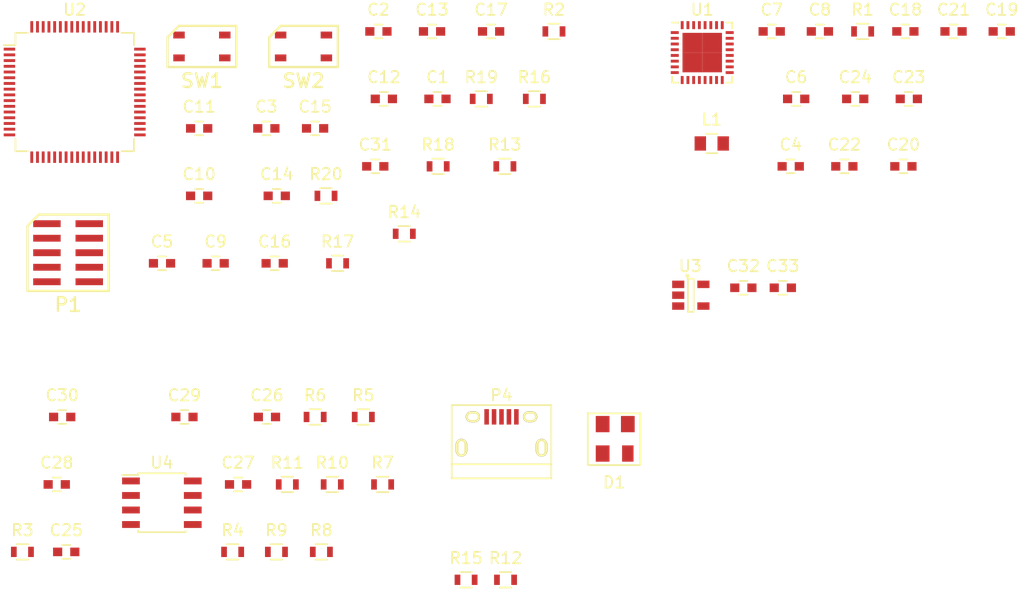
<source format=kicad_pcb>
(kicad_pcb (version 4) (host pcbnew 4.0.2-stable)

  (general
    (links 146)
    (no_connects 146)
    (area 15.69 19.24 105.486667 73.1)
    (thickness 1.6)
    (drawings 0)
    (tracks 0)
    (zones 0)
    (modules 63)
    (nets 95)
  )

  (page A4)
  (layers
    (0 F.Cu signal)
    (31 B.Cu signal)
    (32 B.Adhes user)
    (33 F.Adhes user)
    (34 B.Paste user)
    (35 F.Paste user)
    (36 B.SilkS user)
    (37 F.SilkS user)
    (38 B.Mask user)
    (39 F.Mask user)
    (40 Dwgs.User user)
    (41 Cmts.User user)
    (42 Eco1.User user)
    (43 Eco2.User user)
    (44 Edge.Cuts user)
    (45 Margin user)
    (46 B.CrtYd user)
    (47 F.CrtYd user)
    (48 B.Fab user)
    (49 F.Fab user)
  )

  (setup
    (last_trace_width 0.25)
    (trace_clearance 0.2)
    (zone_clearance 0.508)
    (zone_45_only no)
    (trace_min 0.2)
    (segment_width 0.2)
    (edge_width 0.15)
    (via_size 0.6)
    (via_drill 0.4)
    (via_min_size 0.4)
    (via_min_drill 0.3)
    (uvia_size 0.3)
    (uvia_drill 0.1)
    (uvias_allowed no)
    (uvia_min_size 0.2)
    (uvia_min_drill 0.1)
    (pcb_text_width 0.3)
    (pcb_text_size 1.5 1.5)
    (mod_edge_width 0.15)
    (mod_text_size 1 1)
    (mod_text_width 0.15)
    (pad_size 1.524 1.524)
    (pad_drill 0.762)
    (pad_to_mask_clearance 0.2)
    (aux_axis_origin 0 0)
    (visible_elements FFFFFF7F)
    (pcbplotparams
      (layerselection 0x00030_80000001)
      (usegerberextensions false)
      (excludeedgelayer true)
      (linewidth 0.100000)
      (plotframeref false)
      (viasonmask false)
      (mode 1)
      (useauxorigin false)
      (hpglpennumber 1)
      (hpglpenspeed 20)
      (hpglpendiameter 15)
      (hpglpenoverlay 2)
      (psnegative false)
      (psa4output false)
      (plotreference true)
      (plotvalue true)
      (plotinvisibletext false)
      (padsonsilk false)
      (subtractmaskfromsilk false)
      (outputformat 1)
      (mirror false)
      (drillshape 1)
      (scaleselection 1)
      (outputdirectory ""))
  )

  (net 0 "")
  (net 1 "Net-(C1-Pad1)")
  (net 2 GND)
  (net 3 "Net-(C2-Pad1)")
  (net 4 VAA)
  (net 5 GNDA)
  (net 6 VDD)
  (net 7 /Sheet56FDA94B/HPR)
  (net 8 "Net-(C7-Pad2)")
  (net 9 /Sheet56FDA94B/HPL)
  (net 10 "Net-(C8-Pad2)")
  (net 11 /Processor/CAP_CH1)
  (net 12 /Processor/CAP_CH4)
  (net 13 "Net-(C18-Pad1)")
  (net 14 "Net-(C19-Pad1)")
  (net 15 "Net-(C25-Pad1)")
  (net 16 "Net-(C25-Pad2)")
  (net 17 "Net-(C26-Pad1)")
  (net 18 "Net-(C28-Pad1)")
  (net 19 "Net-(C28-Pad2)")
  (net 20 "Net-(C29-Pad1)")
  (net 21 "Net-(C29-Pad2)")
  (net 22 /Sheet57018DC8/AUDIO_IN_P)
  (net 23 /Sheet57018DC8/AUDIO_IN_N)
  (net 24 /Processor/NRST)
  (net 25 VCC)
  (net 26 /USB/VBUS)
  (net 27 /USB/D+)
  (net 28 /USB/D-)
  (net 29 /Processor/SWCLK)
  (net 30 /Processor/SWDIO)
  (net 31 /Processor/SWO)
  (net 32 "Net-(R1-Pad2)")
  (net 33 "Net-(R2-Pad1)")
  (net 34 /Processor/TSC_G4_IO3)
  (net 35 /Sheet5706764E/MISO)
  (net 36 "Net-(R13-Pad1)")
  (net 37 /Processor/TSC_G4_IO2)
  (net 38 "Net-(R14-Pad1)")
  (net 39 /Processor/TSC_G4_IO1)
  (net 40 /Sheet5706764E/~SS)
  (net 41 "Net-(R16-Pad1)")
  (net 42 /Processor/TSC_G1_IO4)
  (net 43 "Net-(R17-Pad1)")
  (net 44 /Processor/TSC_G1_IO3)
  (net 45 "Net-(R18-Pad1)")
  (net 46 /Processor/TSC_G1_IO2)
  (net 47 /Processor/BOOT)
  (net 48 /Sheet56FDA94B/MCLK)
  (net 49 /Sheet56FDA94B/BCLK)
  (net 50 /Processor/SAI1_FS_A)
  (net 51 /Sheet56FDA94B/DIN)
  (net 52 /Sheet56FDA94B/DOUT)
  (net 53 "Net-(U1-Pad8)")
  (net 54 /Processor/I2C3_SCL)
  (net 55 /Processor/I2C3_SDA)
  (net 56 "Net-(U1-Pad11)")
  (net 57 "Net-(U1-Pad12)")
  (net 58 /Sheet56FDA94B/IN2_L)
  (net 59 /Sheet56FDA94B/IN2_R)
  (net 60 "Net-(U1-Pad19)")
  (net 61 "Net-(U1-Pad22)")
  (net 62 "Net-(U1-Pad23)")
  (net 63 /Sheet56FDA94B/~CODEC_RESET)
  (net 64 "Net-(U1-Pad32)")
  (net 65 "Net-(U2-Pad2)")
  (net 66 "Net-(U2-Pad3)")
  (net 67 "Net-(U2-Pad4)")
  (net 68 "Net-(U2-Pad10)")
  (net 69 "Net-(U2-Pad14)")
  (net 70 "Net-(U2-Pad15)")
  (net 71 "Net-(U2-Pad16)")
  (net 72 "Net-(U2-Pad17)")
  (net 73 "Net-(U2-Pad20)")
  (net 74 /Processor/SPI1_SCK)
  (net 75 /Sheet5706764E/MOSI)
  (net 76 "Net-(U2-Pad24)")
  (net 77 "Net-(U2-Pad25)")
  (net 78 "Net-(U2-Pad26)")
  (net 79 "Net-(U2-Pad27)")
  (net 80 "Net-(U2-Pad28)")
  (net 81 "Net-(U2-Pad30)")
  (net 82 "Net-(U2-Pad41)")
  (net 83 /Processor/USB_VBUS)
  (net 84 "Net-(U2-Pad43)")
  (net 85 "Net-(U2-Pad50)")
  (net 86 "Net-(U2-Pad51)")
  (net 87 "Net-(U2-Pad52)")
  (net 88 "Net-(U2-Pad53)")
  (net 89 "Net-(U2-Pad54)")
  (net 90 "Net-(U2-Pad55)")
  (net 91 "Net-(U2-Pad56)")
  (net 92 "Net-(U2-Pad58)")
  (net 93 "Net-(U2-Pad59)")
  (net 94 "Net-(U3-Pad4)")

  (net_class Default "Esta é a classe de net default."
    (clearance 0.2)
    (trace_width 0.25)
    (via_dia 0.6)
    (via_drill 0.4)
    (uvia_dia 0.3)
    (uvia_drill 0.1)
    (add_net /Processor/BOOT)
    (add_net /Processor/CAP_CH1)
    (add_net /Processor/CAP_CH4)
    (add_net /Processor/I2C3_SCL)
    (add_net /Processor/I2C3_SDA)
    (add_net /Processor/NRST)
    (add_net /Processor/SAI1_FS_A)
    (add_net /Processor/SPI1_SCK)
    (add_net /Processor/SWCLK)
    (add_net /Processor/SWDIO)
    (add_net /Processor/SWO)
    (add_net /Processor/TSC_G1_IO2)
    (add_net /Processor/TSC_G1_IO3)
    (add_net /Processor/TSC_G1_IO4)
    (add_net /Processor/TSC_G4_IO1)
    (add_net /Processor/TSC_G4_IO2)
    (add_net /Processor/TSC_G4_IO3)
    (add_net /Processor/USB_VBUS)
    (add_net /Sheet56FDA94B/BCLK)
    (add_net /Sheet56FDA94B/DIN)
    (add_net /Sheet56FDA94B/DOUT)
    (add_net /Sheet56FDA94B/HPL)
    (add_net /Sheet56FDA94B/HPR)
    (add_net /Sheet56FDA94B/IN2_L)
    (add_net /Sheet56FDA94B/IN2_R)
    (add_net /Sheet56FDA94B/MCLK)
    (add_net /Sheet56FDA94B/~CODEC_RESET)
    (add_net /Sheet57018DC8/AUDIO_IN_N)
    (add_net /Sheet57018DC8/AUDIO_IN_P)
    (add_net /Sheet5706764E/MISO)
    (add_net /Sheet5706764E/MOSI)
    (add_net /Sheet5706764E/~SS)
    (add_net /USB/D+)
    (add_net /USB/D-)
    (add_net /USB/VBUS)
    (add_net GND)
    (add_net GNDA)
    (add_net "Net-(C1-Pad1)")
    (add_net "Net-(C18-Pad1)")
    (add_net "Net-(C19-Pad1)")
    (add_net "Net-(C2-Pad1)")
    (add_net "Net-(C25-Pad1)")
    (add_net "Net-(C25-Pad2)")
    (add_net "Net-(C26-Pad1)")
    (add_net "Net-(C28-Pad1)")
    (add_net "Net-(C28-Pad2)")
    (add_net "Net-(C29-Pad1)")
    (add_net "Net-(C29-Pad2)")
    (add_net "Net-(C7-Pad2)")
    (add_net "Net-(C8-Pad2)")
    (add_net "Net-(R1-Pad2)")
    (add_net "Net-(R13-Pad1)")
    (add_net "Net-(R14-Pad1)")
    (add_net "Net-(R16-Pad1)")
    (add_net "Net-(R17-Pad1)")
    (add_net "Net-(R18-Pad1)")
    (add_net "Net-(R2-Pad1)")
    (add_net "Net-(U1-Pad11)")
    (add_net "Net-(U1-Pad12)")
    (add_net "Net-(U1-Pad19)")
    (add_net "Net-(U1-Pad22)")
    (add_net "Net-(U1-Pad23)")
    (add_net "Net-(U1-Pad32)")
    (add_net "Net-(U1-Pad8)")
    (add_net "Net-(U2-Pad10)")
    (add_net "Net-(U2-Pad14)")
    (add_net "Net-(U2-Pad15)")
    (add_net "Net-(U2-Pad16)")
    (add_net "Net-(U2-Pad17)")
    (add_net "Net-(U2-Pad2)")
    (add_net "Net-(U2-Pad20)")
    (add_net "Net-(U2-Pad24)")
    (add_net "Net-(U2-Pad25)")
    (add_net "Net-(U2-Pad26)")
    (add_net "Net-(U2-Pad27)")
    (add_net "Net-(U2-Pad28)")
    (add_net "Net-(U2-Pad3)")
    (add_net "Net-(U2-Pad30)")
    (add_net "Net-(U2-Pad4)")
    (add_net "Net-(U2-Pad41)")
    (add_net "Net-(U2-Pad43)")
    (add_net "Net-(U2-Pad50)")
    (add_net "Net-(U2-Pad51)")
    (add_net "Net-(U2-Pad52)")
    (add_net "Net-(U2-Pad53)")
    (add_net "Net-(U2-Pad54)")
    (add_net "Net-(U2-Pad55)")
    (add_net "Net-(U2-Pad56)")
    (add_net "Net-(U2-Pad58)")
    (add_net "Net-(U2-Pad59)")
    (add_net "Net-(U3-Pad4)")
    (add_net VAA)
    (add_net VCC)
    (add_net VDD)
  )

  (module Capacitors_SMD:C_0603 (layer F.Cu) (tedit 5415D631) (tstamp 5714B135)
    (at 54.068333 28.165)
    (descr "Capacitor SMD 0603, reflow soldering, AVX (see smccp.pdf)")
    (tags "capacitor 0603")
    (path /56FD04CB/55BD2B0E)
    (attr smd)
    (fp_text reference C1 (at 0 -1.9) (layer F.SilkS)
      (effects (font (size 1 1) (thickness 0.15)))
    )
    (fp_text value 22nF (at 0 1.9) (layer F.Fab)
      (effects (font (size 1 1) (thickness 0.15)))
    )
    (fp_line (start -1.45 -0.75) (end 1.45 -0.75) (layer F.CrtYd) (width 0.05))
    (fp_line (start -1.45 0.75) (end 1.45 0.75) (layer F.CrtYd) (width 0.05))
    (fp_line (start -1.45 -0.75) (end -1.45 0.75) (layer F.CrtYd) (width 0.05))
    (fp_line (start 1.45 -0.75) (end 1.45 0.75) (layer F.CrtYd) (width 0.05))
    (fp_line (start -0.35 -0.6) (end 0.35 -0.6) (layer F.SilkS) (width 0.15))
    (fp_line (start 0.35 0.6) (end -0.35 0.6) (layer F.SilkS) (width 0.15))
    (pad 1 smd rect (at -0.75 0) (size 0.8 0.75) (layers F.Cu F.Paste F.Mask)
      (net 1 "Net-(C1-Pad1)"))
    (pad 2 smd rect (at 0.75 0) (size 0.8 0.75) (layers F.Cu F.Paste F.Mask)
      (net 2 GND))
    (model Capacitors_SMD.3dshapes/C_0603.wrl
      (at (xyz 0 0 0))
      (scale (xyz 1 1 1))
      (rotate (xyz 0 0 0))
    )
  )

  (module Capacitors_SMD:C_0603 (layer F.Cu) (tedit 5415D631) (tstamp 5714B141)
    (at 48.908333 22.265)
    (descr "Capacitor SMD 0603, reflow soldering, AVX (see smccp.pdf)")
    (tags "capacitor 0603")
    (path /56FD04CB/55BD2C50)
    (attr smd)
    (fp_text reference C2 (at 0 -1.9) (layer F.SilkS)
      (effects (font (size 1 1) (thickness 0.15)))
    )
    (fp_text value 22nF (at 0 1.9) (layer F.Fab)
      (effects (font (size 1 1) (thickness 0.15)))
    )
    (fp_line (start -1.45 -0.75) (end 1.45 -0.75) (layer F.CrtYd) (width 0.05))
    (fp_line (start -1.45 0.75) (end 1.45 0.75) (layer F.CrtYd) (width 0.05))
    (fp_line (start -1.45 -0.75) (end -1.45 0.75) (layer F.CrtYd) (width 0.05))
    (fp_line (start 1.45 -0.75) (end 1.45 0.75) (layer F.CrtYd) (width 0.05))
    (fp_line (start -0.35 -0.6) (end 0.35 -0.6) (layer F.SilkS) (width 0.15))
    (fp_line (start 0.35 0.6) (end -0.35 0.6) (layer F.SilkS) (width 0.15))
    (pad 1 smd rect (at -0.75 0) (size 0.8 0.75) (layers F.Cu F.Paste F.Mask)
      (net 3 "Net-(C2-Pad1)"))
    (pad 2 smd rect (at 0.75 0) (size 0.8 0.75) (layers F.Cu F.Paste F.Mask)
      (net 2 GND))
    (model Capacitors_SMD.3dshapes/C_0603.wrl
      (at (xyz 0 0 0))
      (scale (xyz 1 1 1))
      (rotate (xyz 0 0 0))
    )
  )

  (module Capacitors_SMD:C_0603 (layer F.Cu) (tedit 5415D631) (tstamp 5714B14D)
    (at 39.115001 30.745)
    (descr "Capacitor SMD 0603, reflow soldering, AVX (see smccp.pdf)")
    (tags "capacitor 0603")
    (path /56FD04CB/5710C0FA)
    (attr smd)
    (fp_text reference C3 (at 0 -1.9) (layer F.SilkS)
      (effects (font (size 1 1) (thickness 0.15)))
    )
    (fp_text value 1uF (at 0 1.9) (layer F.Fab)
      (effects (font (size 1 1) (thickness 0.15)))
    )
    (fp_line (start -1.45 -0.75) (end 1.45 -0.75) (layer F.CrtYd) (width 0.05))
    (fp_line (start -1.45 0.75) (end 1.45 0.75) (layer F.CrtYd) (width 0.05))
    (fp_line (start -1.45 -0.75) (end -1.45 0.75) (layer F.CrtYd) (width 0.05))
    (fp_line (start 1.45 -0.75) (end 1.45 0.75) (layer F.CrtYd) (width 0.05))
    (fp_line (start -0.35 -0.6) (end 0.35 -0.6) (layer F.SilkS) (width 0.15))
    (fp_line (start 0.35 0.6) (end -0.35 0.6) (layer F.SilkS) (width 0.15))
    (pad 1 smd rect (at -0.75 0) (size 0.8 0.75) (layers F.Cu F.Paste F.Mask)
      (net 4 VAA))
    (pad 2 smd rect (at 0.75 0) (size 0.8 0.75) (layers F.Cu F.Paste F.Mask)
      (net 5 GNDA))
    (model Capacitors_SMD.3dshapes/C_0603.wrl
      (at (xyz 0 0 0))
      (scale (xyz 1 1 1))
      (rotate (xyz 0 0 0))
    )
  )

  (module Capacitors_SMD:C_0603 (layer F.Cu) (tedit 5415D631) (tstamp 5714B159)
    (at 84.938333 34.065)
    (descr "Capacitor SMD 0603, reflow soldering, AVX (see smccp.pdf)")
    (tags "capacitor 0603")
    (path /56FDA94C/56E6A5FD)
    (attr smd)
    (fp_text reference C4 (at 0 -1.9) (layer F.SilkS)
      (effects (font (size 1 1) (thickness 0.15)))
    )
    (fp_text value 10uF (at 0 1.9) (layer F.Fab)
      (effects (font (size 1 1) (thickness 0.15)))
    )
    (fp_line (start -1.45 -0.75) (end 1.45 -0.75) (layer F.CrtYd) (width 0.05))
    (fp_line (start -1.45 0.75) (end 1.45 0.75) (layer F.CrtYd) (width 0.05))
    (fp_line (start -1.45 -0.75) (end -1.45 0.75) (layer F.CrtYd) (width 0.05))
    (fp_line (start 1.45 -0.75) (end 1.45 0.75) (layer F.CrtYd) (width 0.05))
    (fp_line (start -0.35 -0.6) (end 0.35 -0.6) (layer F.SilkS) (width 0.15))
    (fp_line (start 0.35 0.6) (end -0.35 0.6) (layer F.SilkS) (width 0.15))
    (pad 1 smd rect (at -0.75 0) (size 0.8 0.75) (layers F.Cu F.Paste F.Mask)
      (net 6 VDD))
    (pad 2 smd rect (at 0.75 0) (size 0.8 0.75) (layers F.Cu F.Paste F.Mask)
      (net 2 GND))
    (model Capacitors_SMD.3dshapes/C_0603.wrl
      (at (xyz 0 0 0))
      (scale (xyz 1 1 1))
      (rotate (xyz 0 0 0))
    )
  )

  (module Capacitors_SMD:C_0603 (layer F.Cu) (tedit 5415D631) (tstamp 5714B165)
    (at 29.998333 42.545)
    (descr "Capacitor SMD 0603, reflow soldering, AVX (see smccp.pdf)")
    (tags "capacitor 0603")
    (path /56FD04CB/55AF7E1D)
    (attr smd)
    (fp_text reference C5 (at 0 -1.9) (layer F.SilkS)
      (effects (font (size 1 1) (thickness 0.15)))
    )
    (fp_text value 10uF (at 0 1.9) (layer F.Fab)
      (effects (font (size 1 1) (thickness 0.15)))
    )
    (fp_line (start -1.45 -0.75) (end 1.45 -0.75) (layer F.CrtYd) (width 0.05))
    (fp_line (start -1.45 0.75) (end 1.45 0.75) (layer F.CrtYd) (width 0.05))
    (fp_line (start -1.45 -0.75) (end -1.45 0.75) (layer F.CrtYd) (width 0.05))
    (fp_line (start 1.45 -0.75) (end 1.45 0.75) (layer F.CrtYd) (width 0.05))
    (fp_line (start -0.35 -0.6) (end 0.35 -0.6) (layer F.SilkS) (width 0.15))
    (fp_line (start 0.35 0.6) (end -0.35 0.6) (layer F.SilkS) (width 0.15))
    (pad 1 smd rect (at -0.75 0) (size 0.8 0.75) (layers F.Cu F.Paste F.Mask)
      (net 6 VDD))
    (pad 2 smd rect (at 0.75 0) (size 0.8 0.75) (layers F.Cu F.Paste F.Mask)
      (net 2 GND))
    (model Capacitors_SMD.3dshapes/C_0603.wrl
      (at (xyz 0 0 0))
      (scale (xyz 1 1 1))
      (rotate (xyz 0 0 0))
    )
  )

  (module Capacitors_SMD:C_0603 (layer F.Cu) (tedit 5415D631) (tstamp 5714B171)
    (at 85.414524 28.165)
    (descr "Capacitor SMD 0603, reflow soldering, AVX (see smccp.pdf)")
    (tags "capacitor 0603")
    (path /56FDA94C/56E6A71E)
    (attr smd)
    (fp_text reference C6 (at 0 -1.9) (layer F.SilkS)
      (effects (font (size 1 1) (thickness 0.15)))
    )
    (fp_text value 100nF (at 0 1.9) (layer F.Fab)
      (effects (font (size 1 1) (thickness 0.15)))
    )
    (fp_line (start -1.45 -0.75) (end 1.45 -0.75) (layer F.CrtYd) (width 0.05))
    (fp_line (start -1.45 0.75) (end 1.45 0.75) (layer F.CrtYd) (width 0.05))
    (fp_line (start -1.45 -0.75) (end -1.45 0.75) (layer F.CrtYd) (width 0.05))
    (fp_line (start 1.45 -0.75) (end 1.45 0.75) (layer F.CrtYd) (width 0.05))
    (fp_line (start -0.35 -0.6) (end 0.35 -0.6) (layer F.SilkS) (width 0.15))
    (fp_line (start 0.35 0.6) (end -0.35 0.6) (layer F.SilkS) (width 0.15))
    (pad 1 smd rect (at -0.75 0) (size 0.8 0.75) (layers F.Cu F.Paste F.Mask)
      (net 6 VDD))
    (pad 2 smd rect (at 0.75 0) (size 0.8 0.75) (layers F.Cu F.Paste F.Mask)
      (net 2 GND))
    (model Capacitors_SMD.3dshapes/C_0603.wrl
      (at (xyz 0 0 0))
      (scale (xyz 1 1 1))
      (rotate (xyz 0 0 0))
    )
  )

  (module Capacitors_SMD:C_0603 (layer F.Cu) (tedit 5415D631) (tstamp 5714B17D)
    (at 83.278333 22.265)
    (descr "Capacitor SMD 0603, reflow soldering, AVX (see smccp.pdf)")
    (tags "capacitor 0603")
    (path /56FDA94C/56E6A386)
    (attr smd)
    (fp_text reference C7 (at 0 -1.9) (layer F.SilkS)
      (effects (font (size 1 1) (thickness 0.15)))
    )
    (fp_text value 47uF (at 0 1.9) (layer F.Fab)
      (effects (font (size 1 1) (thickness 0.15)))
    )
    (fp_line (start -1.45 -0.75) (end 1.45 -0.75) (layer F.CrtYd) (width 0.05))
    (fp_line (start -1.45 0.75) (end 1.45 0.75) (layer F.CrtYd) (width 0.05))
    (fp_line (start -1.45 -0.75) (end -1.45 0.75) (layer F.CrtYd) (width 0.05))
    (fp_line (start 1.45 -0.75) (end 1.45 0.75) (layer F.CrtYd) (width 0.05))
    (fp_line (start -0.35 -0.6) (end 0.35 -0.6) (layer F.SilkS) (width 0.15))
    (fp_line (start 0.35 0.6) (end -0.35 0.6) (layer F.SilkS) (width 0.15))
    (pad 1 smd rect (at -0.75 0) (size 0.8 0.75) (layers F.Cu F.Paste F.Mask)
      (net 7 /Sheet56FDA94B/HPR))
    (pad 2 smd rect (at 0.75 0) (size 0.8 0.75) (layers F.Cu F.Paste F.Mask)
      (net 8 "Net-(C7-Pad2)"))
    (model Capacitors_SMD.3dshapes/C_0603.wrl
      (at (xyz 0 0 0))
      (scale (xyz 1 1 1))
      (rotate (xyz 0 0 0))
    )
  )

  (module Capacitors_SMD:C_0603 (layer F.Cu) (tedit 5415D631) (tstamp 5714B189)
    (at 87.488333 22.265)
    (descr "Capacitor SMD 0603, reflow soldering, AVX (see smccp.pdf)")
    (tags "capacitor 0603")
    (path /56FDA94C/56E6A434)
    (attr smd)
    (fp_text reference C8 (at 0 -1.9) (layer F.SilkS)
      (effects (font (size 1 1) (thickness 0.15)))
    )
    (fp_text value 47uF (at 0 1.9) (layer F.Fab)
      (effects (font (size 1 1) (thickness 0.15)))
    )
    (fp_line (start -1.45 -0.75) (end 1.45 -0.75) (layer F.CrtYd) (width 0.05))
    (fp_line (start -1.45 0.75) (end 1.45 0.75) (layer F.CrtYd) (width 0.05))
    (fp_line (start -1.45 -0.75) (end -1.45 0.75) (layer F.CrtYd) (width 0.05))
    (fp_line (start 1.45 -0.75) (end 1.45 0.75) (layer F.CrtYd) (width 0.05))
    (fp_line (start -0.35 -0.6) (end 0.35 -0.6) (layer F.SilkS) (width 0.15))
    (fp_line (start 0.35 0.6) (end -0.35 0.6) (layer F.SilkS) (width 0.15))
    (pad 1 smd rect (at -0.75 0) (size 0.8 0.75) (layers F.Cu F.Paste F.Mask)
      (net 9 /Sheet56FDA94B/HPL))
    (pad 2 smd rect (at 0.75 0) (size 0.8 0.75) (layers F.Cu F.Paste F.Mask)
      (net 10 "Net-(C8-Pad2)"))
    (model Capacitors_SMD.3dshapes/C_0603.wrl
      (at (xyz 0 0 0))
      (scale (xyz 1 1 1))
      (rotate (xyz 0 0 0))
    )
  )

  (module Capacitors_SMD:C_0603 (layer F.Cu) (tedit 5415D631) (tstamp 5714B195)
    (at 34.684524 42.545)
    (descr "Capacitor SMD 0603, reflow soldering, AVX (see smccp.pdf)")
    (tags "capacitor 0603")
    (path /56FD04CB/55B0C89F)
    (attr smd)
    (fp_text reference C9 (at 0 -1.9) (layer F.SilkS)
      (effects (font (size 1 1) (thickness 0.15)))
    )
    (fp_text value 100nF (at 0 1.9) (layer F.Fab)
      (effects (font (size 1 1) (thickness 0.15)))
    )
    (fp_line (start -1.45 -0.75) (end 1.45 -0.75) (layer F.CrtYd) (width 0.05))
    (fp_line (start -1.45 0.75) (end 1.45 0.75) (layer F.CrtYd) (width 0.05))
    (fp_line (start -1.45 -0.75) (end -1.45 0.75) (layer F.CrtYd) (width 0.05))
    (fp_line (start 1.45 -0.75) (end 1.45 0.75) (layer F.CrtYd) (width 0.05))
    (fp_line (start -0.35 -0.6) (end 0.35 -0.6) (layer F.SilkS) (width 0.15))
    (fp_line (start 0.35 0.6) (end -0.35 0.6) (layer F.SilkS) (width 0.15))
    (pad 1 smd rect (at -0.75 0) (size 0.8 0.75) (layers F.Cu F.Paste F.Mask)
      (net 6 VDD))
    (pad 2 smd rect (at 0.75 0) (size 0.8 0.75) (layers F.Cu F.Paste F.Mask)
      (net 2 GND))
    (model Capacitors_SMD.3dshapes/C_0603.wrl
      (at (xyz 0 0 0))
      (scale (xyz 1 1 1))
      (rotate (xyz 0 0 0))
    )
  )

  (module Capacitors_SMD:C_0603 (layer F.Cu) (tedit 5415D631) (tstamp 5714B1A1)
    (at 33.243571 36.645)
    (descr "Capacitor SMD 0603, reflow soldering, AVX (see smccp.pdf)")
    (tags "capacitor 0603")
    (path /56FD04CB/5713ACCB)
    (attr smd)
    (fp_text reference C10 (at 0 -1.9) (layer F.SilkS)
      (effects (font (size 1 1) (thickness 0.15)))
    )
    (fp_text value 47nF-C0G (at 0 1.9) (layer F.Fab)
      (effects (font (size 1 1) (thickness 0.15)))
    )
    (fp_line (start -1.45 -0.75) (end 1.45 -0.75) (layer F.CrtYd) (width 0.05))
    (fp_line (start -1.45 0.75) (end 1.45 0.75) (layer F.CrtYd) (width 0.05))
    (fp_line (start -1.45 -0.75) (end -1.45 0.75) (layer F.CrtYd) (width 0.05))
    (fp_line (start 1.45 -0.75) (end 1.45 0.75) (layer F.CrtYd) (width 0.05))
    (fp_line (start -0.35 -0.6) (end 0.35 -0.6) (layer F.SilkS) (width 0.15))
    (fp_line (start 0.35 0.6) (end -0.35 0.6) (layer F.SilkS) (width 0.15))
    (pad 1 smd rect (at -0.75 0) (size 0.8 0.75) (layers F.Cu F.Paste F.Mask)
      (net 11 /Processor/CAP_CH1))
    (pad 2 smd rect (at 0.75 0) (size 0.8 0.75) (layers F.Cu F.Paste F.Mask)
      (net 2 GND))
    (model Capacitors_SMD.3dshapes/C_0603.wrl
      (at (xyz 0 0 0))
      (scale (xyz 1 1 1))
      (rotate (xyz 0 0 0))
    )
  )

  (module Capacitors_SMD:C_0603 (layer F.Cu) (tedit 5415D631) (tstamp 5714B1AD)
    (at 33.243571 30.745)
    (descr "Capacitor SMD 0603, reflow soldering, AVX (see smccp.pdf)")
    (tags "capacitor 0603")
    (path /56FD04CB/5713B5B9)
    (attr smd)
    (fp_text reference C11 (at 0 -1.9) (layer F.SilkS)
      (effects (font (size 1 1) (thickness 0.15)))
    )
    (fp_text value 47nF-C0G (at 0 1.9) (layer F.Fab)
      (effects (font (size 1 1) (thickness 0.15)))
    )
    (fp_line (start -1.45 -0.75) (end 1.45 -0.75) (layer F.CrtYd) (width 0.05))
    (fp_line (start -1.45 0.75) (end 1.45 0.75) (layer F.CrtYd) (width 0.05))
    (fp_line (start -1.45 -0.75) (end -1.45 0.75) (layer F.CrtYd) (width 0.05))
    (fp_line (start 1.45 -0.75) (end 1.45 0.75) (layer F.CrtYd) (width 0.05))
    (fp_line (start -0.35 -0.6) (end 0.35 -0.6) (layer F.SilkS) (width 0.15))
    (fp_line (start 0.35 0.6) (end -0.35 0.6) (layer F.SilkS) (width 0.15))
    (pad 1 smd rect (at -0.75 0) (size 0.8 0.75) (layers F.Cu F.Paste F.Mask)
      (net 12 /Processor/CAP_CH4))
    (pad 2 smd rect (at 0.75 0) (size 0.8 0.75) (layers F.Cu F.Paste F.Mask)
      (net 2 GND))
    (model Capacitors_SMD.3dshapes/C_0603.wrl
      (at (xyz 0 0 0))
      (scale (xyz 1 1 1))
      (rotate (xyz 0 0 0))
    )
  )

  (module Capacitors_SMD:C_0603 (layer F.Cu) (tedit 5415D631) (tstamp 5714B1B9)
    (at 49.384524 28.165)
    (descr "Capacitor SMD 0603, reflow soldering, AVX (see smccp.pdf)")
    (tags "capacitor 0603")
    (path /56FD04CB/55B0C8E0)
    (attr smd)
    (fp_text reference C12 (at 0 -1.9) (layer F.SilkS)
      (effects (font (size 1 1) (thickness 0.15)))
    )
    (fp_text value 100nF (at 0 1.9) (layer F.Fab)
      (effects (font (size 1 1) (thickness 0.15)))
    )
    (fp_line (start -1.45 -0.75) (end 1.45 -0.75) (layer F.CrtYd) (width 0.05))
    (fp_line (start -1.45 0.75) (end 1.45 0.75) (layer F.CrtYd) (width 0.05))
    (fp_line (start -1.45 -0.75) (end -1.45 0.75) (layer F.CrtYd) (width 0.05))
    (fp_line (start 1.45 -0.75) (end 1.45 0.75) (layer F.CrtYd) (width 0.05))
    (fp_line (start -0.35 -0.6) (end 0.35 -0.6) (layer F.SilkS) (width 0.15))
    (fp_line (start 0.35 0.6) (end -0.35 0.6) (layer F.SilkS) (width 0.15))
    (pad 1 smd rect (at -0.75 0) (size 0.8 0.75) (layers F.Cu F.Paste F.Mask)
      (net 6 VDD))
    (pad 2 smd rect (at 0.75 0) (size 0.8 0.75) (layers F.Cu F.Paste F.Mask)
      (net 2 GND))
    (model Capacitors_SMD.3dshapes/C_0603.wrl
      (at (xyz 0 0 0))
      (scale (xyz 1 1 1))
      (rotate (xyz 0 0 0))
    )
  )

  (module Capacitors_SMD:C_0603 (layer F.Cu) (tedit 5415D631) (tstamp 5714B1C5)
    (at 53.594524 22.265)
    (descr "Capacitor SMD 0603, reflow soldering, AVX (see smccp.pdf)")
    (tags "capacitor 0603")
    (path /56FD04CB/55B0C8E6)
    (attr smd)
    (fp_text reference C13 (at 0 -1.9) (layer F.SilkS)
      (effects (font (size 1 1) (thickness 0.15)))
    )
    (fp_text value 100nF (at 0 1.9) (layer F.Fab)
      (effects (font (size 1 1) (thickness 0.15)))
    )
    (fp_line (start -1.45 -0.75) (end 1.45 -0.75) (layer F.CrtYd) (width 0.05))
    (fp_line (start -1.45 0.75) (end 1.45 0.75) (layer F.CrtYd) (width 0.05))
    (fp_line (start -1.45 -0.75) (end -1.45 0.75) (layer F.CrtYd) (width 0.05))
    (fp_line (start 1.45 -0.75) (end 1.45 0.75) (layer F.CrtYd) (width 0.05))
    (fp_line (start -0.35 -0.6) (end 0.35 -0.6) (layer F.SilkS) (width 0.15))
    (fp_line (start 0.35 0.6) (end -0.35 0.6) (layer F.SilkS) (width 0.15))
    (pad 1 smd rect (at -0.75 0) (size 0.8 0.75) (layers F.Cu F.Paste F.Mask)
      (net 6 VDD))
    (pad 2 smd rect (at 0.75 0) (size 0.8 0.75) (layers F.Cu F.Paste F.Mask)
      (net 2 GND))
    (model Capacitors_SMD.3dshapes/C_0603.wrl
      (at (xyz 0 0 0))
      (scale (xyz 1 1 1))
      (rotate (xyz 0 0 0))
    )
  )

  (module Capacitors_SMD:C_0603 (layer F.Cu) (tedit 5415D631) (tstamp 5714B1D1)
    (at 40.024524 36.645)
    (descr "Capacitor SMD 0603, reflow soldering, AVX (see smccp.pdf)")
    (tags "capacitor 0603")
    (path /56FD04CB/55B0C962)
    (attr smd)
    (fp_text reference C14 (at 0 -1.9) (layer F.SilkS)
      (effects (font (size 1 1) (thickness 0.15)))
    )
    (fp_text value 100nF (at 0 1.9) (layer F.Fab)
      (effects (font (size 1 1) (thickness 0.15)))
    )
    (fp_line (start -1.45 -0.75) (end 1.45 -0.75) (layer F.CrtYd) (width 0.05))
    (fp_line (start -1.45 0.75) (end 1.45 0.75) (layer F.CrtYd) (width 0.05))
    (fp_line (start -1.45 -0.75) (end -1.45 0.75) (layer F.CrtYd) (width 0.05))
    (fp_line (start 1.45 -0.75) (end 1.45 0.75) (layer F.CrtYd) (width 0.05))
    (fp_line (start -0.35 -0.6) (end 0.35 -0.6) (layer F.SilkS) (width 0.15))
    (fp_line (start 0.35 0.6) (end -0.35 0.6) (layer F.SilkS) (width 0.15))
    (pad 1 smd rect (at -0.75 0) (size 0.8 0.75) (layers F.Cu F.Paste F.Mask)
      (net 6 VDD))
    (pad 2 smd rect (at 0.75 0) (size 0.8 0.75) (layers F.Cu F.Paste F.Mask)
      (net 2 GND))
    (model Capacitors_SMD.3dshapes/C_0603.wrl
      (at (xyz 0 0 0))
      (scale (xyz 1 1 1))
      (rotate (xyz 0 0 0))
    )
  )

  (module Capacitors_SMD:C_0603 (layer F.Cu) (tedit 5415D631) (tstamp 5714B1DD)
    (at 43.374524 30.745)
    (descr "Capacitor SMD 0603, reflow soldering, AVX (see smccp.pdf)")
    (tags "capacitor 0603")
    (path /56FD04CB/55B0C968)
    (attr smd)
    (fp_text reference C15 (at 0 -1.9) (layer F.SilkS)
      (effects (font (size 1 1) (thickness 0.15)))
    )
    (fp_text value 100nF (at 0 1.9) (layer F.Fab)
      (effects (font (size 1 1) (thickness 0.15)))
    )
    (fp_line (start -1.45 -0.75) (end 1.45 -0.75) (layer F.CrtYd) (width 0.05))
    (fp_line (start -1.45 0.75) (end 1.45 0.75) (layer F.CrtYd) (width 0.05))
    (fp_line (start -1.45 -0.75) (end -1.45 0.75) (layer F.CrtYd) (width 0.05))
    (fp_line (start 1.45 -0.75) (end 1.45 0.75) (layer F.CrtYd) (width 0.05))
    (fp_line (start -0.35 -0.6) (end 0.35 -0.6) (layer F.SilkS) (width 0.15))
    (fp_line (start 0.35 0.6) (end -0.35 0.6) (layer F.SilkS) (width 0.15))
    (pad 1 smd rect (at -0.75 0) (size 0.8 0.75) (layers F.Cu F.Paste F.Mask)
      (net 6 VDD))
    (pad 2 smd rect (at 0.75 0) (size 0.8 0.75) (layers F.Cu F.Paste F.Mask)
      (net 2 GND))
    (model Capacitors_SMD.3dshapes/C_0603.wrl
      (at (xyz 0 0 0))
      (scale (xyz 1 1 1))
      (rotate (xyz 0 0 0))
    )
  )

  (module Capacitors_SMD:C_0603 (layer F.Cu) (tedit 5415D631) (tstamp 5714B1E9)
    (at 39.844524 42.545)
    (descr "Capacitor SMD 0603, reflow soldering, AVX (see smccp.pdf)")
    (tags "capacitor 0603")
    (path /56FD04CB/55BD1F9B)
    (attr smd)
    (fp_text reference C16 (at 0 -1.9) (layer F.SilkS)
      (effects (font (size 1 1) (thickness 0.15)))
    )
    (fp_text value 100nF (at 0 1.9) (layer F.Fab)
      (effects (font (size 1 1) (thickness 0.15)))
    )
    (fp_line (start -1.45 -0.75) (end 1.45 -0.75) (layer F.CrtYd) (width 0.05))
    (fp_line (start -1.45 0.75) (end 1.45 0.75) (layer F.CrtYd) (width 0.05))
    (fp_line (start -1.45 -0.75) (end -1.45 0.75) (layer F.CrtYd) (width 0.05))
    (fp_line (start 1.45 -0.75) (end 1.45 0.75) (layer F.CrtYd) (width 0.05))
    (fp_line (start -0.35 -0.6) (end 0.35 -0.6) (layer F.SilkS) (width 0.15))
    (fp_line (start 0.35 0.6) (end -0.35 0.6) (layer F.SilkS) (width 0.15))
    (pad 1 smd rect (at -0.75 0) (size 0.8 0.75) (layers F.Cu F.Paste F.Mask)
      (net 6 VDD))
    (pad 2 smd rect (at 0.75 0) (size 0.8 0.75) (layers F.Cu F.Paste F.Mask)
      (net 2 GND))
    (model Capacitors_SMD.3dshapes/C_0603.wrl
      (at (xyz 0 0 0))
      (scale (xyz 1 1 1))
      (rotate (xyz 0 0 0))
    )
  )

  (module Capacitors_SMD:C_0603 (layer F.Cu) (tedit 5415D631) (tstamp 5714B1F5)
    (at 58.754524 22.265)
    (descr "Capacitor SMD 0603, reflow soldering, AVX (see smccp.pdf)")
    (tags "capacitor 0603")
    (path /56FD04CB/55BCA459)
    (attr smd)
    (fp_text reference C17 (at 0 -1.9) (layer F.SilkS)
      (effects (font (size 1 1) (thickness 0.15)))
    )
    (fp_text value 100nF (at 0 1.9) (layer F.Fab)
      (effects (font (size 1 1) (thickness 0.15)))
    )
    (fp_line (start -1.45 -0.75) (end 1.45 -0.75) (layer F.CrtYd) (width 0.05))
    (fp_line (start -1.45 0.75) (end 1.45 0.75) (layer F.CrtYd) (width 0.05))
    (fp_line (start -1.45 -0.75) (end -1.45 0.75) (layer F.CrtYd) (width 0.05))
    (fp_line (start 1.45 -0.75) (end 1.45 0.75) (layer F.CrtYd) (width 0.05))
    (fp_line (start -0.35 -0.6) (end 0.35 -0.6) (layer F.SilkS) (width 0.15))
    (fp_line (start 0.35 0.6) (end -0.35 0.6) (layer F.SilkS) (width 0.15))
    (pad 1 smd rect (at -0.75 0) (size 0.8 0.75) (layers F.Cu F.Paste F.Mask)
      (net 4 VAA))
    (pad 2 smd rect (at 0.75 0) (size 0.8 0.75) (layers F.Cu F.Paste F.Mask)
      (net 5 GNDA))
    (model Capacitors_SMD.3dshapes/C_0603.wrl
      (at (xyz 0 0 0))
      (scale (xyz 1 1 1))
      (rotate (xyz 0 0 0))
    )
  )

  (module Capacitors_SMD:C_0603 (layer F.Cu) (tedit 5415D631) (tstamp 5714B201)
    (at 94.958333 22.265)
    (descr "Capacitor SMD 0603, reflow soldering, AVX (see smccp.pdf)")
    (tags "capacitor 0603")
    (path /56FDA94C/57010414)
    (attr smd)
    (fp_text reference C18 (at 0 -1.9) (layer F.SilkS)
      (effects (font (size 1 1) (thickness 0.15)))
    )
    (fp_text value 10uF (at 0 1.9) (layer F.Fab)
      (effects (font (size 1 1) (thickness 0.15)))
    )
    (fp_line (start -1.45 -0.75) (end 1.45 -0.75) (layer F.CrtYd) (width 0.05))
    (fp_line (start -1.45 0.75) (end 1.45 0.75) (layer F.CrtYd) (width 0.05))
    (fp_line (start -1.45 -0.75) (end -1.45 0.75) (layer F.CrtYd) (width 0.05))
    (fp_line (start 1.45 -0.75) (end 1.45 0.75) (layer F.CrtYd) (width 0.05))
    (fp_line (start -0.35 -0.6) (end 0.35 -0.6) (layer F.SilkS) (width 0.15))
    (fp_line (start 0.35 0.6) (end -0.35 0.6) (layer F.SilkS) (width 0.15))
    (pad 1 smd rect (at -0.75 0) (size 0.8 0.75) (layers F.Cu F.Paste F.Mask)
      (net 13 "Net-(C18-Pad1)"))
    (pad 2 smd rect (at 0.75 0) (size 0.8 0.75) (layers F.Cu F.Paste F.Mask)
      (net 5 GNDA))
    (model Capacitors_SMD.3dshapes/C_0603.wrl
      (at (xyz 0 0 0))
      (scale (xyz 1 1 1))
      (rotate (xyz 0 0 0))
    )
  )

  (module Capacitors_SMD:C_0603 (layer F.Cu) (tedit 5415D631) (tstamp 5714B20D)
    (at 103.378333 22.265)
    (descr "Capacitor SMD 0603, reflow soldering, AVX (see smccp.pdf)")
    (tags "capacitor 0603")
    (path /56FDA94C/5701081F)
    (attr smd)
    (fp_text reference C19 (at 0 -1.9) (layer F.SilkS)
      (effects (font (size 1 1) (thickness 0.15)))
    )
    (fp_text value 22uF (at 0 1.9) (layer F.Fab)
      (effects (font (size 1 1) (thickness 0.15)))
    )
    (fp_line (start -1.45 -0.75) (end 1.45 -0.75) (layer F.CrtYd) (width 0.05))
    (fp_line (start -1.45 0.75) (end 1.45 0.75) (layer F.CrtYd) (width 0.05))
    (fp_line (start -1.45 -0.75) (end -1.45 0.75) (layer F.CrtYd) (width 0.05))
    (fp_line (start 1.45 -0.75) (end 1.45 0.75) (layer F.CrtYd) (width 0.05))
    (fp_line (start -0.35 -0.6) (end 0.35 -0.6) (layer F.SilkS) (width 0.15))
    (fp_line (start 0.35 0.6) (end -0.35 0.6) (layer F.SilkS) (width 0.15))
    (pad 1 smd rect (at -0.75 0) (size 0.8 0.75) (layers F.Cu F.Paste F.Mask)
      (net 14 "Net-(C19-Pad1)"))
    (pad 2 smd rect (at 0.75 0) (size 0.8 0.75) (layers F.Cu F.Paste F.Mask)
      (net 5 GNDA))
    (model Capacitors_SMD.3dshapes/C_0603.wrl
      (at (xyz 0 0 0))
      (scale (xyz 1 1 1))
      (rotate (xyz 0 0 0))
    )
  )

  (module Capacitors_SMD:C_0603 (layer F.Cu) (tedit 5415D631) (tstamp 5714B219)
    (at 94.784524 34.065)
    (descr "Capacitor SMD 0603, reflow soldering, AVX (see smccp.pdf)")
    (tags "capacitor 0603")
    (path /56FDA94C/57010825)
    (attr smd)
    (fp_text reference C20 (at 0 -1.9) (layer F.SilkS)
      (effects (font (size 1 1) (thickness 0.15)))
    )
    (fp_text value 100nF (at 0 1.9) (layer F.Fab)
      (effects (font (size 1 1) (thickness 0.15)))
    )
    (fp_line (start -1.45 -0.75) (end 1.45 -0.75) (layer F.CrtYd) (width 0.05))
    (fp_line (start -1.45 0.75) (end 1.45 0.75) (layer F.CrtYd) (width 0.05))
    (fp_line (start -1.45 -0.75) (end -1.45 0.75) (layer F.CrtYd) (width 0.05))
    (fp_line (start 1.45 -0.75) (end 1.45 0.75) (layer F.CrtYd) (width 0.05))
    (fp_line (start -0.35 -0.6) (end 0.35 -0.6) (layer F.SilkS) (width 0.15))
    (fp_line (start 0.35 0.6) (end -0.35 0.6) (layer F.SilkS) (width 0.15))
    (pad 1 smd rect (at -0.75 0) (size 0.8 0.75) (layers F.Cu F.Paste F.Mask)
      (net 14 "Net-(C19-Pad1)"))
    (pad 2 smd rect (at 0.75 0) (size 0.8 0.75) (layers F.Cu F.Paste F.Mask)
      (net 5 GNDA))
    (model Capacitors_SMD.3dshapes/C_0603.wrl
      (at (xyz 0 0 0))
      (scale (xyz 1 1 1))
      (rotate (xyz 0 0 0))
    )
  )

  (module Capacitors_SMD:C_0603 (layer F.Cu) (tedit 5415D631) (tstamp 5714B225)
    (at 99.168333 22.265)
    (descr "Capacitor SMD 0603, reflow soldering, AVX (see smccp.pdf)")
    (tags "capacitor 0603")
    (path /56FDA94C/5701097E)
    (attr smd)
    (fp_text reference C21 (at 0 -1.9) (layer F.SilkS)
      (effects (font (size 1 1) (thickness 0.15)))
    )
    (fp_text value 22uF (at 0 1.9) (layer F.Fab)
      (effects (font (size 1 1) (thickness 0.15)))
    )
    (fp_line (start -1.45 -0.75) (end 1.45 -0.75) (layer F.CrtYd) (width 0.05))
    (fp_line (start -1.45 0.75) (end 1.45 0.75) (layer F.CrtYd) (width 0.05))
    (fp_line (start -1.45 -0.75) (end -1.45 0.75) (layer F.CrtYd) (width 0.05))
    (fp_line (start 1.45 -0.75) (end 1.45 0.75) (layer F.CrtYd) (width 0.05))
    (fp_line (start -0.35 -0.6) (end 0.35 -0.6) (layer F.SilkS) (width 0.15))
    (fp_line (start 0.35 0.6) (end -0.35 0.6) (layer F.SilkS) (width 0.15))
    (pad 1 smd rect (at -0.75 0) (size 0.8 0.75) (layers F.Cu F.Paste F.Mask)
      (net 6 VDD))
    (pad 2 smd rect (at 0.75 0) (size 0.8 0.75) (layers F.Cu F.Paste F.Mask)
      (net 2 GND))
    (model Capacitors_SMD.3dshapes/C_0603.wrl
      (at (xyz 0 0 0))
      (scale (xyz 1 1 1))
      (rotate (xyz 0 0 0))
    )
  )

  (module Capacitors_SMD:C_0603 (layer F.Cu) (tedit 5415D631) (tstamp 5714B231)
    (at 89.624524 34.065)
    (descr "Capacitor SMD 0603, reflow soldering, AVX (see smccp.pdf)")
    (tags "capacitor 0603")
    (path /56FDA94C/57010984)
    (attr smd)
    (fp_text reference C22 (at 0 -1.9) (layer F.SilkS)
      (effects (font (size 1 1) (thickness 0.15)))
    )
    (fp_text value 100nF (at 0 1.9) (layer F.Fab)
      (effects (font (size 1 1) (thickness 0.15)))
    )
    (fp_line (start -1.45 -0.75) (end 1.45 -0.75) (layer F.CrtYd) (width 0.05))
    (fp_line (start -1.45 0.75) (end 1.45 0.75) (layer F.CrtYd) (width 0.05))
    (fp_line (start -1.45 -0.75) (end -1.45 0.75) (layer F.CrtYd) (width 0.05))
    (fp_line (start 1.45 -0.75) (end 1.45 0.75) (layer F.CrtYd) (width 0.05))
    (fp_line (start -0.35 -0.6) (end 0.35 -0.6) (layer F.SilkS) (width 0.15))
    (fp_line (start 0.35 0.6) (end -0.35 0.6) (layer F.SilkS) (width 0.15))
    (pad 1 smd rect (at -0.75 0) (size 0.8 0.75) (layers F.Cu F.Paste F.Mask)
      (net 6 VDD))
    (pad 2 smd rect (at 0.75 0) (size 0.8 0.75) (layers F.Cu F.Paste F.Mask)
      (net 2 GND))
    (model Capacitors_SMD.3dshapes/C_0603.wrl
      (at (xyz 0 0 0))
      (scale (xyz 1 1 1))
      (rotate (xyz 0 0 0))
    )
  )

  (module Capacitors_SMD:C_0603 (layer F.Cu) (tedit 5415D631) (tstamp 5714B23D)
    (at 95.258333 28.165)
    (descr "Capacitor SMD 0603, reflow soldering, AVX (see smccp.pdf)")
    (tags "capacitor 0603")
    (path /56FDA94C/57011DE3)
    (attr smd)
    (fp_text reference C23 (at 0 -1.9) (layer F.SilkS)
      (effects (font (size 1 1) (thickness 0.15)))
    )
    (fp_text value 22uF (at 0 1.9) (layer F.Fab)
      (effects (font (size 1 1) (thickness 0.15)))
    )
    (fp_line (start -1.45 -0.75) (end 1.45 -0.75) (layer F.CrtYd) (width 0.05))
    (fp_line (start -1.45 0.75) (end 1.45 0.75) (layer F.CrtYd) (width 0.05))
    (fp_line (start -1.45 -0.75) (end -1.45 0.75) (layer F.CrtYd) (width 0.05))
    (fp_line (start 1.45 -0.75) (end 1.45 0.75) (layer F.CrtYd) (width 0.05))
    (fp_line (start -0.35 -0.6) (end 0.35 -0.6) (layer F.SilkS) (width 0.15))
    (fp_line (start 0.35 0.6) (end -0.35 0.6) (layer F.SilkS) (width 0.15))
    (pad 1 smd rect (at -0.75 0) (size 0.8 0.75) (layers F.Cu F.Paste F.Mask)
      (net 6 VDD))
    (pad 2 smd rect (at 0.75 0) (size 0.8 0.75) (layers F.Cu F.Paste F.Mask)
      (net 2 GND))
    (model Capacitors_SMD.3dshapes/C_0603.wrl
      (at (xyz 0 0 0))
      (scale (xyz 1 1 1))
      (rotate (xyz 0 0 0))
    )
  )

  (module Capacitors_SMD:C_0603 (layer F.Cu) (tedit 5415D631) (tstamp 5714B249)
    (at 90.574524 28.165)
    (descr "Capacitor SMD 0603, reflow soldering, AVX (see smccp.pdf)")
    (tags "capacitor 0603")
    (path /56FDA94C/57011DE9)
    (attr smd)
    (fp_text reference C24 (at 0 -1.9) (layer F.SilkS)
      (effects (font (size 1 1) (thickness 0.15)))
    )
    (fp_text value 100nF (at 0 1.9) (layer F.Fab)
      (effects (font (size 1 1) (thickness 0.15)))
    )
    (fp_line (start -1.45 -0.75) (end 1.45 -0.75) (layer F.CrtYd) (width 0.05))
    (fp_line (start -1.45 0.75) (end 1.45 0.75) (layer F.CrtYd) (width 0.05))
    (fp_line (start -1.45 -0.75) (end -1.45 0.75) (layer F.CrtYd) (width 0.05))
    (fp_line (start 1.45 -0.75) (end 1.45 0.75) (layer F.CrtYd) (width 0.05))
    (fp_line (start -0.35 -0.6) (end 0.35 -0.6) (layer F.SilkS) (width 0.15))
    (fp_line (start 0.35 0.6) (end -0.35 0.6) (layer F.SilkS) (width 0.15))
    (pad 1 smd rect (at -0.75 0) (size 0.8 0.75) (layers F.Cu F.Paste F.Mask)
      (net 6 VDD))
    (pad 2 smd rect (at 0.75 0) (size 0.8 0.75) (layers F.Cu F.Paste F.Mask)
      (net 2 GND))
    (model Capacitors_SMD.3dshapes/C_0603.wrl
      (at (xyz 0 0 0))
      (scale (xyz 1 1 1))
      (rotate (xyz 0 0 0))
    )
  )

  (module Capacitors_SMD:C_0603 (layer F.Cu) (tedit 5415D631) (tstamp 5714B255)
    (at 21.627381 67.785)
    (descr "Capacitor SMD 0603, reflow soldering, AVX (see smccp.pdf)")
    (tags "capacitor 0603")
    (path /57018DC9/5486C2FC)
    (attr smd)
    (fp_text reference C25 (at 0 -1.9) (layer F.SilkS)
      (effects (font (size 1 1) (thickness 0.15)))
    )
    (fp_text value 1uF (at 0 1.9) (layer F.Fab)
      (effects (font (size 1 1) (thickness 0.15)))
    )
    (fp_line (start -1.45 -0.75) (end 1.45 -0.75) (layer F.CrtYd) (width 0.05))
    (fp_line (start -1.45 0.75) (end 1.45 0.75) (layer F.CrtYd) (width 0.05))
    (fp_line (start -1.45 -0.75) (end -1.45 0.75) (layer F.CrtYd) (width 0.05))
    (fp_line (start 1.45 -0.75) (end 1.45 0.75) (layer F.CrtYd) (width 0.05))
    (fp_line (start -0.35 -0.6) (end 0.35 -0.6) (layer F.SilkS) (width 0.15))
    (fp_line (start 0.35 0.6) (end -0.35 0.6) (layer F.SilkS) (width 0.15))
    (pad 1 smd rect (at -0.75 0) (size 0.8 0.75) (layers F.Cu F.Paste F.Mask)
      (net 15 "Net-(C25-Pad1)"))
    (pad 2 smd rect (at 0.75 0) (size 0.8 0.75) (layers F.Cu F.Paste F.Mask)
      (net 16 "Net-(C25-Pad2)"))
    (model Capacitors_SMD.3dshapes/C_0603.wrl
      (at (xyz 0 0 0))
      (scale (xyz 1 1 1))
      (rotate (xyz 0 0 0))
    )
  )

  (module Capacitors_SMD:C_0603 (layer F.Cu) (tedit 5415D631) (tstamp 5714B261)
    (at 39.168333 55.985)
    (descr "Capacitor SMD 0603, reflow soldering, AVX (see smccp.pdf)")
    (tags "capacitor 0603")
    (path /57018DC9/54B90E9A)
    (attr smd)
    (fp_text reference C26 (at 0 -1.9) (layer F.SilkS)
      (effects (font (size 1 1) (thickness 0.15)))
    )
    (fp_text value 10nF (at 0 1.9) (layer F.Fab)
      (effects (font (size 1 1) (thickness 0.15)))
    )
    (fp_line (start -1.45 -0.75) (end 1.45 -0.75) (layer F.CrtYd) (width 0.05))
    (fp_line (start -1.45 0.75) (end 1.45 0.75) (layer F.CrtYd) (width 0.05))
    (fp_line (start -1.45 -0.75) (end -1.45 0.75) (layer F.CrtYd) (width 0.05))
    (fp_line (start 1.45 -0.75) (end 1.45 0.75) (layer F.CrtYd) (width 0.05))
    (fp_line (start -0.35 -0.6) (end 0.35 -0.6) (layer F.SilkS) (width 0.15))
    (fp_line (start 0.35 0.6) (end -0.35 0.6) (layer F.SilkS) (width 0.15))
    (pad 1 smd rect (at -0.75 0) (size 0.8 0.75) (layers F.Cu F.Paste F.Mask)
      (net 17 "Net-(C26-Pad1)"))
    (pad 2 smd rect (at 0.75 0) (size 0.8 0.75) (layers F.Cu F.Paste F.Mask)
      (net 5 GNDA))
    (model Capacitors_SMD.3dshapes/C_0603.wrl
      (at (xyz 0 0 0))
      (scale (xyz 1 1 1))
      (rotate (xyz 0 0 0))
    )
  )

  (module Capacitors_SMD:C_0603 (layer F.Cu) (tedit 5415D631) (tstamp 5714B26D)
    (at 36.644524 61.885)
    (descr "Capacitor SMD 0603, reflow soldering, AVX (see smccp.pdf)")
    (tags "capacitor 0603")
    (path /57018DC9/54B90F02)
    (attr smd)
    (fp_text reference C27 (at 0 -1.9) (layer F.SilkS)
      (effects (font (size 1 1) (thickness 0.15)))
    )
    (fp_text value 100uF (at 0 1.9) (layer F.Fab)
      (effects (font (size 1 1) (thickness 0.15)))
    )
    (fp_line (start -1.45 -0.75) (end 1.45 -0.75) (layer F.CrtYd) (width 0.05))
    (fp_line (start -1.45 0.75) (end 1.45 0.75) (layer F.CrtYd) (width 0.05))
    (fp_line (start -1.45 -0.75) (end -1.45 0.75) (layer F.CrtYd) (width 0.05))
    (fp_line (start 1.45 -0.75) (end 1.45 0.75) (layer F.CrtYd) (width 0.05))
    (fp_line (start -0.35 -0.6) (end 0.35 -0.6) (layer F.SilkS) (width 0.15))
    (fp_line (start 0.35 0.6) (end -0.35 0.6) (layer F.SilkS) (width 0.15))
    (pad 1 smd rect (at -0.75 0) (size 0.8 0.75) (layers F.Cu F.Paste F.Mask)
      (net 17 "Net-(C26-Pad1)"))
    (pad 2 smd rect (at 0.75 0) (size 0.8 0.75) (layers F.Cu F.Paste F.Mask)
      (net 5 GNDA))
    (model Capacitors_SMD.3dshapes/C_0603.wrl
      (at (xyz 0 0 0))
      (scale (xyz 1 1 1))
      (rotate (xyz 0 0 0))
    )
  )

  (module Capacitors_SMD:C_0603 (layer F.Cu) (tedit 5415D631) (tstamp 5714B279)
    (at 20.798334 61.885)
    (descr "Capacitor SMD 0603, reflow soldering, AVX (see smccp.pdf)")
    (tags "capacitor 0603")
    (path /57018DC9/5488DC83)
    (attr smd)
    (fp_text reference C28 (at 0 -1.9) (layer F.SilkS)
      (effects (font (size 1 1) (thickness 0.15)))
    )
    (fp_text value "470pF (C0G)" (at 0 1.9) (layer F.Fab)
      (effects (font (size 1 1) (thickness 0.15)))
    )
    (fp_line (start -1.45 -0.75) (end 1.45 -0.75) (layer F.CrtYd) (width 0.05))
    (fp_line (start -1.45 0.75) (end 1.45 0.75) (layer F.CrtYd) (width 0.05))
    (fp_line (start -1.45 -0.75) (end -1.45 0.75) (layer F.CrtYd) (width 0.05))
    (fp_line (start 1.45 -0.75) (end 1.45 0.75) (layer F.CrtYd) (width 0.05))
    (fp_line (start -0.35 -0.6) (end 0.35 -0.6) (layer F.SilkS) (width 0.15))
    (fp_line (start 0.35 0.6) (end -0.35 0.6) (layer F.SilkS) (width 0.15))
    (pad 1 smd rect (at -0.75 0) (size 0.8 0.75) (layers F.Cu F.Paste F.Mask)
      (net 18 "Net-(C28-Pad1)"))
    (pad 2 smd rect (at 0.75 0) (size 0.8 0.75) (layers F.Cu F.Paste F.Mask)
      (net 19 "Net-(C28-Pad2)"))
    (model Capacitors_SMD.3dshapes/C_0603.wrl
      (at (xyz 0 0 0))
      (scale (xyz 1 1 1))
      (rotate (xyz 0 0 0))
    )
  )

  (module Capacitors_SMD:C_0603 (layer F.Cu) (tedit 5415D631) (tstamp 5714B285)
    (at 31.958334 55.985)
    (descr "Capacitor SMD 0603, reflow soldering, AVX (see smccp.pdf)")
    (tags "capacitor 0603")
    (path /57018DC9/54B8F33E)
    (attr smd)
    (fp_text reference C29 (at 0 -1.9) (layer F.SilkS)
      (effects (font (size 1 1) (thickness 0.15)))
    )
    (fp_text value "470pF (C0G)" (at 0 1.9) (layer F.Fab)
      (effects (font (size 1 1) (thickness 0.15)))
    )
    (fp_line (start -1.45 -0.75) (end 1.45 -0.75) (layer F.CrtYd) (width 0.05))
    (fp_line (start -1.45 0.75) (end 1.45 0.75) (layer F.CrtYd) (width 0.05))
    (fp_line (start -1.45 -0.75) (end -1.45 0.75) (layer F.CrtYd) (width 0.05))
    (fp_line (start 1.45 -0.75) (end 1.45 0.75) (layer F.CrtYd) (width 0.05))
    (fp_line (start -0.35 -0.6) (end 0.35 -0.6) (layer F.SilkS) (width 0.15))
    (fp_line (start 0.35 0.6) (end -0.35 0.6) (layer F.SilkS) (width 0.15))
    (pad 1 smd rect (at -0.75 0) (size 0.8 0.75) (layers F.Cu F.Paste F.Mask)
      (net 20 "Net-(C29-Pad1)"))
    (pad 2 smd rect (at 0.75 0) (size 0.8 0.75) (layers F.Cu F.Paste F.Mask)
      (net 21 "Net-(C29-Pad2)"))
    (model Capacitors_SMD.3dshapes/C_0603.wrl
      (at (xyz 0 0 0))
      (scale (xyz 1 1 1))
      (rotate (xyz 0 0 0))
    )
  )

  (module Capacitors_SMD:C_0603 (layer F.Cu) (tedit 5415D631) (tstamp 5714B291)
    (at 21.274524 55.985)
    (descr "Capacitor SMD 0603, reflow soldering, AVX (see smccp.pdf)")
    (tags "capacitor 0603")
    (path /57018DC9/54BAB19C)
    (attr smd)
    (fp_text reference C30 (at 0 -1.9) (layer F.SilkS)
      (effects (font (size 1 1) (thickness 0.15)))
    )
    (fp_text value "2700pF (C0G)" (at 0 1.9) (layer F.Fab)
      (effects (font (size 1 1) (thickness 0.15)))
    )
    (fp_line (start -1.45 -0.75) (end 1.45 -0.75) (layer F.CrtYd) (width 0.05))
    (fp_line (start -1.45 0.75) (end 1.45 0.75) (layer F.CrtYd) (width 0.05))
    (fp_line (start -1.45 -0.75) (end -1.45 0.75) (layer F.CrtYd) (width 0.05))
    (fp_line (start 1.45 -0.75) (end 1.45 0.75) (layer F.CrtYd) (width 0.05))
    (fp_line (start -0.35 -0.6) (end 0.35 -0.6) (layer F.SilkS) (width 0.15))
    (fp_line (start 0.35 0.6) (end -0.35 0.6) (layer F.SilkS) (width 0.15))
    (pad 1 smd rect (at -0.75 0) (size 0.8 0.75) (layers F.Cu F.Paste F.Mask)
      (net 22 /Sheet57018DC8/AUDIO_IN_P))
    (pad 2 smd rect (at 0.75 0) (size 0.8 0.75) (layers F.Cu F.Paste F.Mask)
      (net 23 /Sheet57018DC8/AUDIO_IN_N))
    (model Capacitors_SMD.3dshapes/C_0603.wrl
      (at (xyz 0 0 0))
      (scale (xyz 1 1 1))
      (rotate (xyz 0 0 0))
    )
  )

  (module Capacitors_SMD:C_0603 (layer F.Cu) (tedit 5415D631) (tstamp 5714B29D)
    (at 48.634524 34.065)
    (descr "Capacitor SMD 0603, reflow soldering, AVX (see smccp.pdf)")
    (tags "capacitor 0603")
    (path /56FD04CB/5710CE4A)
    (attr smd)
    (fp_text reference C31 (at 0 -1.9) (layer F.SilkS)
      (effects (font (size 1 1) (thickness 0.15)))
    )
    (fp_text value 100nF (at 0 1.9) (layer F.Fab)
      (effects (font (size 1 1) (thickness 0.15)))
    )
    (fp_line (start -1.45 -0.75) (end 1.45 -0.75) (layer F.CrtYd) (width 0.05))
    (fp_line (start -1.45 0.75) (end 1.45 0.75) (layer F.CrtYd) (width 0.05))
    (fp_line (start -1.45 -0.75) (end -1.45 0.75) (layer F.CrtYd) (width 0.05))
    (fp_line (start 1.45 -0.75) (end 1.45 0.75) (layer F.CrtYd) (width 0.05))
    (fp_line (start -0.35 -0.6) (end 0.35 -0.6) (layer F.SilkS) (width 0.15))
    (fp_line (start 0.35 0.6) (end -0.35 0.6) (layer F.SilkS) (width 0.15))
    (pad 1 smd rect (at -0.75 0) (size 0.8 0.75) (layers F.Cu F.Paste F.Mask)
      (net 24 /Processor/NRST))
    (pad 2 smd rect (at 0.75 0) (size 0.8 0.75) (layers F.Cu F.Paste F.Mask)
      (net 2 GND))
    (model Capacitors_SMD.3dshapes/C_0603.wrl
      (at (xyz 0 0 0))
      (scale (xyz 1 1 1))
      (rotate (xyz 0 0 0))
    )
  )

  (module Capacitors_SMD:C_0603 (layer F.Cu) (tedit 5415D631) (tstamp 5714B2A9)
    (at 80.797381 44.685)
    (descr "Capacitor SMD 0603, reflow soldering, AVX (see smccp.pdf)")
    (tags "capacitor 0603")
    (path /56FE5244/570B7DC0)
    (attr smd)
    (fp_text reference C32 (at 0 -1.9) (layer F.SilkS)
      (effects (font (size 1 1) (thickness 0.15)))
    )
    (fp_text value 1uF (at 0 1.9) (layer F.Fab)
      (effects (font (size 1 1) (thickness 0.15)))
    )
    (fp_line (start -1.45 -0.75) (end 1.45 -0.75) (layer F.CrtYd) (width 0.05))
    (fp_line (start -1.45 0.75) (end 1.45 0.75) (layer F.CrtYd) (width 0.05))
    (fp_line (start -1.45 -0.75) (end -1.45 0.75) (layer F.CrtYd) (width 0.05))
    (fp_line (start 1.45 -0.75) (end 1.45 0.75) (layer F.CrtYd) (width 0.05))
    (fp_line (start -0.35 -0.6) (end 0.35 -0.6) (layer F.SilkS) (width 0.15))
    (fp_line (start 0.35 0.6) (end -0.35 0.6) (layer F.SilkS) (width 0.15))
    (pad 1 smd rect (at -0.75 0) (size 0.8 0.75) (layers F.Cu F.Paste F.Mask)
      (net 25 VCC))
    (pad 2 smd rect (at 0.75 0) (size 0.8 0.75) (layers F.Cu F.Paste F.Mask)
      (net 2 GND))
    (model Capacitors_SMD.3dshapes/C_0603.wrl
      (at (xyz 0 0 0))
      (scale (xyz 1 1 1))
      (rotate (xyz 0 0 0))
    )
  )

  (module Capacitors_SMD:C_0603 (layer F.Cu) (tedit 5415D631) (tstamp 5714B2B5)
    (at 84.247381 44.685)
    (descr "Capacitor SMD 0603, reflow soldering, AVX (see smccp.pdf)")
    (tags "capacitor 0603")
    (path /56FE5244/570B7DFA)
    (attr smd)
    (fp_text reference C33 (at 0 -1.9) (layer F.SilkS)
      (effects (font (size 1 1) (thickness 0.15)))
    )
    (fp_text value 1uF (at 0 1.9) (layer F.Fab)
      (effects (font (size 1 1) (thickness 0.15)))
    )
    (fp_line (start -1.45 -0.75) (end 1.45 -0.75) (layer F.CrtYd) (width 0.05))
    (fp_line (start -1.45 0.75) (end 1.45 0.75) (layer F.CrtYd) (width 0.05))
    (fp_line (start -1.45 -0.75) (end -1.45 0.75) (layer F.CrtYd) (width 0.05))
    (fp_line (start 1.45 -0.75) (end 1.45 0.75) (layer F.CrtYd) (width 0.05))
    (fp_line (start -0.35 -0.6) (end 0.35 -0.6) (layer F.SilkS) (width 0.15))
    (fp_line (start 0.35 0.6) (end -0.35 0.6) (layer F.SilkS) (width 0.15))
    (pad 1 smd rect (at -0.75 0) (size 0.8 0.75) (layers F.Cu F.Paste F.Mask)
      (net 6 VDD))
    (pad 2 smd rect (at 0.75 0) (size 0.8 0.75) (layers F.Cu F.Paste F.Mask)
      (net 2 GND))
    (model Capacitors_SMD.3dshapes/C_0603.wrl
      (at (xyz 0 0 0))
      (scale (xyz 1 1 1))
      (rotate (xyz 0 0 0))
    )
  )

  (module comm:SOT143B (layer F.Cu) (tedit 558BDF0B) (tstamp 5714B2C1)
    (at 69.503095 57.895)
    (path /570652FA/55735712)
    (fp_text reference D1 (at 0 3.81) (layer F.SilkS)
      (effects (font (size 1 1) (thickness 0.15)))
    )
    (fp_text value PRTR5V0U2X (at 0 -3.81) (layer F.Fab)
      (effects (font (size 1 1) (thickness 0.15)))
    )
    (fp_line (start -2.3 -2.225) (end 2.3 -2.225) (layer F.SilkS) (width 0.15))
    (fp_line (start 2.3 -2.225) (end 2.3 2.25) (layer F.SilkS) (width 0.15))
    (fp_line (start 2.25 2.3) (end -2.25 2.3) (layer F.SilkS) (width 0.15))
    (fp_line (start -2.3 2.25) (end -2.3 -2.25) (layer F.SilkS) (width 0.15))
    (pad 4 smd rect (at -1 -1.2875) (size 1.2 1.425) (layers F.Cu F.Paste F.Mask)
      (net 26 /USB/VBUS))
    (pad 3 smd rect (at 1.2 -1.2875) (size 1.2 1.425) (layers F.Cu F.Paste F.Mask)
      (net 27 /USB/D+))
    (pad 2 smd rect (at 1.2 1.2875) (size 1 1.425) (layers F.Cu F.Paste F.Mask)
      (net 28 /USB/D-))
    (pad 1 smd rect (at -1 1.2875) (size 1.2 1.425) (layers F.Cu F.Paste F.Mask)
      (net 2 GND))
  )

  (module Capacitors_SMD:C_0805 (layer F.Cu) (tedit 5415D6EA) (tstamp 5714B2CD)
    (at 78.038809 32.065)
    (descr "Capacitor SMD 0805, reflow soldering, AVX (see smccp.pdf)")
    (tags "capacitor 0805")
    (path /56FDA94C/57011243)
    (attr smd)
    (fp_text reference L1 (at 0 -2.1) (layer F.SilkS)
      (effects (font (size 1 1) (thickness 0.15)))
    )
    (fp_text value 30@100MHz (at 0 2.1) (layer F.Fab)
      (effects (font (size 1 1) (thickness 0.15)))
    )
    (fp_line (start -1.8 -1) (end 1.8 -1) (layer F.CrtYd) (width 0.05))
    (fp_line (start -1.8 1) (end 1.8 1) (layer F.CrtYd) (width 0.05))
    (fp_line (start -1.8 -1) (end -1.8 1) (layer F.CrtYd) (width 0.05))
    (fp_line (start 1.8 -1) (end 1.8 1) (layer F.CrtYd) (width 0.05))
    (fp_line (start 0.5 -0.85) (end -0.5 -0.85) (layer F.SilkS) (width 0.15))
    (fp_line (start -0.5 0.85) (end 0.5 0.85) (layer F.SilkS) (width 0.15))
    (pad 1 smd rect (at -1 0) (size 1 1.25) (layers F.Cu F.Paste F.Mask)
      (net 5 GNDA))
    (pad 2 smd rect (at 1 0) (size 1 1.25) (layers F.Cu F.Paste F.Mask)
      (net 2 GND))
    (model Capacitors_SMD.3dshapes/C_0805.wrl
      (at (xyz 0 0 0))
      (scale (xyz 1 1 1))
      (rotate (xyz 0 0 0))
    )
  )

  (module processing:CMxDBG (layer F.Cu) (tedit 0) (tstamp 5714B2E0)
    (at 21.79 41.62)
    (path /56FD04CB/55B76BDE)
    (fp_text reference P1 (at 0 4.54) (layer F.SilkS)
      (effects (font (size 1.2 1.2) (thickness 0.2)))
    )
    (fp_text value CONN_01X06 (at 0 -4.54) (layer F.Fab) hide
      (effects (font (size 1.2 1.2) (thickness 0.2)))
    )
    (fp_line (start -2.55 -3.34) (end -3.55 -2.34) (layer F.SilkS) (width 0.2))
    (fp_line (start -3.55 -2.34) (end -3.55 3.34) (layer F.SilkS) (width 0.2))
    (fp_line (start -3.55 3.34) (end 3.55 3.34) (layer F.SilkS) (width 0.2))
    (fp_line (start 3.55 3.34) (end 3.55 -3.34) (layer F.SilkS) (width 0.2))
    (fp_line (start 3.55 -3.34) (end -2.55 -3.34) (layer F.SilkS) (width 0.2))
    (pad 1 smd rect (at -1.85 -2.54) (size 2.4 0.6) (layers F.Cu F.Paste F.Mask)
      (net 6 VDD))
    (pad 2 smd rect (at -1.85 -1.27) (size 2.4 0.6) (layers F.Cu F.Paste F.Mask)
      (net 29 /Processor/SWCLK))
    (pad 3 smd rect (at -1.85 0) (size 2.4 0.6) (layers F.Cu F.Paste F.Mask)
      (net 2 GND))
    (pad 4 smd rect (at -1.85 1.27) (size 2.4 0.6) (layers F.Cu F.Paste F.Mask)
      (net 30 /Processor/SWDIO))
    (pad 5 smd rect (at -1.85 2.54) (size 2.4 0.6) (layers F.Cu F.Paste F.Mask)
      (net 24 /Processor/NRST))
    (pad 10 smd rect (at 1.85 -2.54) (size 2.4 0.6) (layers F.Cu F.Paste F.Mask))
    (pad 9 smd rect (at 1.85 -1.27) (size 2.4 0.6) (layers F.Cu F.Paste F.Mask))
    (pad 8 smd rect (at 1.85 0) (size 2.4 0.6) (layers F.Cu F.Paste F.Mask))
    (pad 7 smd rect (at 1.85 1.27) (size 2.4 0.6) (layers F.Cu F.Paste F.Mask))
    (pad 6 smd rect (at 1.85 2.54) (size 2.4 0.6) (layers F.Cu F.Paste F.Mask)
      (net 31 /Processor/SWO))
  )

  (module Connect:USB_Micro-B (layer F.Cu) (tedit 5543E447) (tstamp 5714B2F6)
    (at 59.665001 57.535)
    (descr "Micro USB Type B Receptacle")
    (tags "USB USB_B USB_micro USB_OTG")
    (path /570652FA/55734C2E)
    (attr smd)
    (fp_text reference P4 (at 0 -3.45) (layer F.SilkS)
      (effects (font (size 1 1) (thickness 0.15)))
    )
    (fp_text value USB_B (at 0 4.8) (layer F.Fab)
      (effects (font (size 1 1) (thickness 0.15)))
    )
    (fp_line (start -4.6 -2.8) (end 4.6 -2.8) (layer F.CrtYd) (width 0.05))
    (fp_line (start 4.6 -2.8) (end 4.6 4.05) (layer F.CrtYd) (width 0.05))
    (fp_line (start 4.6 4.05) (end -4.6 4.05) (layer F.CrtYd) (width 0.05))
    (fp_line (start -4.6 4.05) (end -4.6 -2.8) (layer F.CrtYd) (width 0.05))
    (fp_line (start -4.3509 3.81746) (end 4.3491 3.81746) (layer F.SilkS) (width 0.15))
    (fp_line (start -4.3509 -2.58754) (end 4.3491 -2.58754) (layer F.SilkS) (width 0.15))
    (fp_line (start 4.3491 -2.58754) (end 4.3491 3.81746) (layer F.SilkS) (width 0.15))
    (fp_line (start 4.3491 2.58746) (end -4.3509 2.58746) (layer F.SilkS) (width 0.15))
    (fp_line (start -4.3509 3.81746) (end -4.3509 -2.58754) (layer F.SilkS) (width 0.15))
    (pad 1 smd rect (at -1.3009 -1.56254 90) (size 1.35 0.4) (layers F.Cu F.Paste F.Mask)
      (net 26 /USB/VBUS))
    (pad 2 smd rect (at -0.6509 -1.56254 90) (size 1.35 0.4) (layers F.Cu F.Paste F.Mask)
      (net 27 /USB/D+))
    (pad 3 smd rect (at -0.0009 -1.56254 90) (size 1.35 0.4) (layers F.Cu F.Paste F.Mask)
      (net 28 /USB/D-))
    (pad 4 smd rect (at 0.6491 -1.56254 90) (size 1.35 0.4) (layers F.Cu F.Paste F.Mask)
      (net 2 GND))
    (pad 5 smd rect (at 1.2991 -1.56254 90) (size 1.35 0.4) (layers F.Cu F.Paste F.Mask)
      (net 2 GND))
    (pad 6 thru_hole oval (at -2.5009 -1.56254 90) (size 0.95 1.25) (drill oval 0.55 0.85) (layers *.Cu *.Mask F.SilkS))
    (pad 6 thru_hole oval (at 2.4991 -1.56254 90) (size 0.95 1.25) (drill oval 0.55 0.85) (layers *.Cu *.Mask F.SilkS))
    (pad 6 thru_hole oval (at -3.5009 1.13746 90) (size 1.55 1) (drill oval 1.15 0.5) (layers *.Cu *.Mask F.SilkS))
    (pad 6 thru_hole oval (at 3.4991 1.13746 90) (size 1.55 1) (drill oval 1.15 0.5) (layers *.Cu *.Mask F.SilkS))
  )

  (module Resistors_SMD:R_0603 (layer F.Cu) (tedit 5415CC62) (tstamp 5714B302)
    (at 91.222143 22.265)
    (descr "Resistor SMD 0603, reflow soldering, Vishay (see dcrcw.pdf)")
    (tags "resistor 0603")
    (path /56FDA94C/570114BF)
    (attr smd)
    (fp_text reference R1 (at 0 -1.9) (layer F.SilkS)
      (effects (font (size 1 1) (thickness 0.15)))
    )
    (fp_text value 10k (at 0 1.9) (layer F.Fab)
      (effects (font (size 1 1) (thickness 0.15)))
    )
    (fp_line (start -1.3 -0.8) (end 1.3 -0.8) (layer F.CrtYd) (width 0.05))
    (fp_line (start -1.3 0.8) (end 1.3 0.8) (layer F.CrtYd) (width 0.05))
    (fp_line (start -1.3 -0.8) (end -1.3 0.8) (layer F.CrtYd) (width 0.05))
    (fp_line (start 1.3 -0.8) (end 1.3 0.8) (layer F.CrtYd) (width 0.05))
    (fp_line (start 0.5 0.675) (end -0.5 0.675) (layer F.SilkS) (width 0.15))
    (fp_line (start -0.5 -0.675) (end 0.5 -0.675) (layer F.SilkS) (width 0.15))
    (pad 1 smd rect (at -0.75 0) (size 0.5 0.9) (layers F.Cu F.Paste F.Mask)
      (net 6 VDD))
    (pad 2 smd rect (at 0.75 0) (size 0.5 0.9) (layers F.Cu F.Paste F.Mask)
      (net 32 "Net-(R1-Pad2)"))
    (model Resistors_SMD.3dshapes/R_0603.wrl
      (at (xyz 0 0 0))
      (scale (xyz 1 1 1))
      (rotate (xyz 0 0 0))
    )
  )

  (module Resistors_SMD:R_0603 (layer F.Cu) (tedit 5415CC62) (tstamp 5714B30E)
    (at 64.247857 22.265)
    (descr "Resistor SMD 0603, reflow soldering, Vishay (see dcrcw.pdf)")
    (tags "resistor 0603")
    (path /56FD04CB/5713A847)
    (attr smd)
    (fp_text reference R2 (at 0 -1.9) (layer F.SilkS)
      (effects (font (size 1 1) (thickness 0.15)))
    )
    (fp_text value 1K-1% (at 0 1.9) (layer F.Fab)
      (effects (font (size 1 1) (thickness 0.15)))
    )
    (fp_line (start -1.3 -0.8) (end 1.3 -0.8) (layer F.CrtYd) (width 0.05))
    (fp_line (start -1.3 0.8) (end 1.3 0.8) (layer F.CrtYd) (width 0.05))
    (fp_line (start -1.3 -0.8) (end -1.3 0.8) (layer F.CrtYd) (width 0.05))
    (fp_line (start 1.3 -0.8) (end 1.3 0.8) (layer F.CrtYd) (width 0.05))
    (fp_line (start 0.5 0.675) (end -0.5 0.675) (layer F.SilkS) (width 0.15))
    (fp_line (start -0.5 -0.675) (end 0.5 -0.675) (layer F.SilkS) (width 0.15))
    (pad 1 smd rect (at -0.75 0) (size 0.5 0.9) (layers F.Cu F.Paste F.Mask)
      (net 33 "Net-(R2-Pad1)"))
    (pad 2 smd rect (at 0.75 0) (size 0.5 0.9) (layers F.Cu F.Paste F.Mask)
      (net 34 /Processor/TSC_G4_IO3))
    (model Resistors_SMD.3dshapes/R_0603.wrl
      (at (xyz 0 0 0))
      (scale (xyz 1 1 1))
      (rotate (xyz 0 0 0))
    )
  )

  (module Resistors_SMD:R_0603 (layer F.Cu) (tedit 5415CC62) (tstamp 5714B31A)
    (at 17.798333 67.785)
    (descr "Resistor SMD 0603, reflow soldering, Vishay (see dcrcw.pdf)")
    (tags "resistor 0603")
    (path /57018DC9/57040343)
    (attr smd)
    (fp_text reference R3 (at 0 -1.9) (layer F.SilkS)
      (effects (font (size 1 1) (thickness 0.15)))
    )
    (fp_text value 100k (at 0 1.9) (layer F.Fab)
      (effects (font (size 1 1) (thickness 0.15)))
    )
    (fp_line (start -1.3 -0.8) (end 1.3 -0.8) (layer F.CrtYd) (width 0.05))
    (fp_line (start -1.3 0.8) (end 1.3 0.8) (layer F.CrtYd) (width 0.05))
    (fp_line (start -1.3 -0.8) (end -1.3 0.8) (layer F.CrtYd) (width 0.05))
    (fp_line (start 1.3 -0.8) (end 1.3 0.8) (layer F.CrtYd) (width 0.05))
    (fp_line (start 0.5 0.675) (end -0.5 0.675) (layer F.SilkS) (width 0.15))
    (fp_line (start -0.5 -0.675) (end 0.5 -0.675) (layer F.SilkS) (width 0.15))
    (pad 1 smd rect (at -0.75 0) (size 0.5 0.9) (layers F.Cu F.Paste F.Mask)
      (net 5 GNDA))
    (pad 2 smd rect (at 0.75 0) (size 0.5 0.9) (layers F.Cu F.Paste F.Mask)
      (net 16 "Net-(C25-Pad2)"))
    (model Resistors_SMD.3dshapes/R_0603.wrl
      (at (xyz 0 0 0))
      (scale (xyz 1 1 1))
      (rotate (xyz 0 0 0))
    )
  )

  (module Resistors_SMD:R_0603 (layer F.Cu) (tedit 5415CC62) (tstamp 5714B326)
    (at 36.168333 67.785)
    (descr "Resistor SMD 0603, reflow soldering, Vishay (see dcrcw.pdf)")
    (tags "resistor 0603")
    (path /57018DC9/54B90FEF)
    (attr smd)
    (fp_text reference R4 (at 0 -1.9) (layer F.SilkS)
      (effects (font (size 1 1) (thickness 0.15)))
    )
    (fp_text value 100k (at 0 1.9) (layer F.Fab)
      (effects (font (size 1 1) (thickness 0.15)))
    )
    (fp_line (start -1.3 -0.8) (end 1.3 -0.8) (layer F.CrtYd) (width 0.05))
    (fp_line (start -1.3 0.8) (end 1.3 0.8) (layer F.CrtYd) (width 0.05))
    (fp_line (start -1.3 -0.8) (end -1.3 0.8) (layer F.CrtYd) (width 0.05))
    (fp_line (start 1.3 -0.8) (end 1.3 0.8) (layer F.CrtYd) (width 0.05))
    (fp_line (start 0.5 0.675) (end -0.5 0.675) (layer F.SilkS) (width 0.15))
    (fp_line (start -0.5 -0.675) (end 0.5 -0.675) (layer F.SilkS) (width 0.15))
    (pad 1 smd rect (at -0.75 0) (size 0.5 0.9) (layers F.Cu F.Paste F.Mask)
      (net 17 "Net-(C26-Pad1)"))
    (pad 2 smd rect (at 0.75 0) (size 0.5 0.9) (layers F.Cu F.Paste F.Mask)
      (net 6 VDD))
    (model Resistors_SMD.3dshapes/R_0603.wrl
      (at (xyz 0 0 0))
      (scale (xyz 1 1 1))
      (rotate (xyz 0 0 0))
    )
  )

  (module Resistors_SMD:R_0603 (layer F.Cu) (tedit 5415CC62) (tstamp 5714B332)
    (at 47.588333 55.985)
    (descr "Resistor SMD 0603, reflow soldering, Vishay (see dcrcw.pdf)")
    (tags "resistor 0603")
    (path /57018DC9/54B9103F)
    (attr smd)
    (fp_text reference R5 (at 0 -1.9) (layer F.SilkS)
      (effects (font (size 1 1) (thickness 0.15)))
    )
    (fp_text value 100k (at 0 1.9) (layer F.Fab)
      (effects (font (size 1 1) (thickness 0.15)))
    )
    (fp_line (start -1.3 -0.8) (end 1.3 -0.8) (layer F.CrtYd) (width 0.05))
    (fp_line (start -1.3 0.8) (end 1.3 0.8) (layer F.CrtYd) (width 0.05))
    (fp_line (start -1.3 -0.8) (end -1.3 0.8) (layer F.CrtYd) (width 0.05))
    (fp_line (start 1.3 -0.8) (end 1.3 0.8) (layer F.CrtYd) (width 0.05))
    (fp_line (start 0.5 0.675) (end -0.5 0.675) (layer F.SilkS) (width 0.15))
    (fp_line (start -0.5 -0.675) (end 0.5 -0.675) (layer F.SilkS) (width 0.15))
    (pad 1 smd rect (at -0.75 0) (size 0.5 0.9) (layers F.Cu F.Paste F.Mask)
      (net 5 GNDA))
    (pad 2 smd rect (at 0.75 0) (size 0.5 0.9) (layers F.Cu F.Paste F.Mask)
      (net 17 "Net-(C26-Pad1)"))
    (model Resistors_SMD.3dshapes/R_0603.wrl
      (at (xyz 0 0 0))
      (scale (xyz 1 1 1))
      (rotate (xyz 0 0 0))
    )
  )

  (module Resistors_SMD:R_0603 (layer F.Cu) (tedit 5415CC62) (tstamp 5714B33E)
    (at 43.378333 55.985)
    (descr "Resistor SMD 0603, reflow soldering, Vishay (see dcrcw.pdf)")
    (tags "resistor 0603")
    (path /57018DC9/54B905CA)
    (attr smd)
    (fp_text reference R6 (at 0 -1.9) (layer F.SilkS)
      (effects (font (size 1 1) (thickness 0.15)))
    )
    (fp_text value 100k (at 0 1.9) (layer F.Fab)
      (effects (font (size 1 1) (thickness 0.15)))
    )
    (fp_line (start -1.3 -0.8) (end 1.3 -0.8) (layer F.CrtYd) (width 0.05))
    (fp_line (start -1.3 0.8) (end 1.3 0.8) (layer F.CrtYd) (width 0.05))
    (fp_line (start -1.3 -0.8) (end -1.3 0.8) (layer F.CrtYd) (width 0.05))
    (fp_line (start 1.3 -0.8) (end 1.3 0.8) (layer F.CrtYd) (width 0.05))
    (fp_line (start 0.5 0.675) (end -0.5 0.675) (layer F.SilkS) (width 0.15))
    (fp_line (start -0.5 -0.675) (end 0.5 -0.675) (layer F.SilkS) (width 0.15))
    (pad 1 smd rect (at -0.75 0) (size 0.5 0.9) (layers F.Cu F.Paste F.Mask)
      (net 17 "Net-(C26-Pad1)"))
    (pad 2 smd rect (at 0.75 0) (size 0.5 0.9) (layers F.Cu F.Paste F.Mask)
      (net 15 "Net-(C25-Pad1)"))
    (model Resistors_SMD.3dshapes/R_0603.wrl
      (at (xyz 0 0 0))
      (scale (xyz 1 1 1))
      (rotate (xyz 0 0 0))
    )
  )

  (module Resistors_SMD:R_0603 (layer F.Cu) (tedit 5415CC62) (tstamp 5714B34A)
    (at 49.273571 61.885)
    (descr "Resistor SMD 0603, reflow soldering, Vishay (see dcrcw.pdf)")
    (tags "resistor 0603")
    (path /57018DC9/54B908A2)
    (attr smd)
    (fp_text reference R7 (at 0 -1.9) (layer F.SilkS)
      (effects (font (size 1 1) (thickness 0.15)))
    )
    (fp_text value 634R (at 0 1.9) (layer F.Fab)
      (effects (font (size 1 1) (thickness 0.15)))
    )
    (fp_line (start -1.3 -0.8) (end 1.3 -0.8) (layer F.CrtYd) (width 0.05))
    (fp_line (start -1.3 0.8) (end 1.3 0.8) (layer F.CrtYd) (width 0.05))
    (fp_line (start -1.3 -0.8) (end -1.3 0.8) (layer F.CrtYd) (width 0.05))
    (fp_line (start 1.3 -0.8) (end 1.3 0.8) (layer F.CrtYd) (width 0.05))
    (fp_line (start 0.5 0.675) (end -0.5 0.675) (layer F.SilkS) (width 0.15))
    (fp_line (start -0.5 -0.675) (end 0.5 -0.675) (layer F.SilkS) (width 0.15))
    (pad 1 smd rect (at -0.75 0) (size 0.5 0.9) (layers F.Cu F.Paste F.Mask)
      (net 18 "Net-(C28-Pad1)"))
    (pad 2 smd rect (at 0.75 0) (size 0.5 0.9) (layers F.Cu F.Paste F.Mask)
      (net 20 "Net-(C29-Pad1)"))
    (model Resistors_SMD.3dshapes/R_0603.wrl
      (at (xyz 0 0 0))
      (scale (xyz 1 1 1))
      (rotate (xyz 0 0 0))
    )
  )

  (module Resistors_SMD:R_0603 (layer F.Cu) (tedit 5415CC62) (tstamp 5714B356)
    (at 43.923571 67.785)
    (descr "Resistor SMD 0603, reflow soldering, Vishay (see dcrcw.pdf)")
    (tags "resistor 0603")
    (path /57018DC9/54B8DAF8)
    (attr smd)
    (fp_text reference R8 (at 0 -1.9) (layer F.SilkS)
      (effects (font (size 1 1) (thickness 0.15)))
    )
    (fp_text value 634R (at 0 1.9) (layer F.Fab)
      (effects (font (size 1 1) (thickness 0.15)))
    )
    (fp_line (start -1.3 -0.8) (end 1.3 -0.8) (layer F.CrtYd) (width 0.05))
    (fp_line (start -1.3 0.8) (end 1.3 0.8) (layer F.CrtYd) (width 0.05))
    (fp_line (start -1.3 -0.8) (end -1.3 0.8) (layer F.CrtYd) (width 0.05))
    (fp_line (start 1.3 -0.8) (end 1.3 0.8) (layer F.CrtYd) (width 0.05))
    (fp_line (start 0.5 0.675) (end -0.5 0.675) (layer F.SilkS) (width 0.15))
    (fp_line (start -0.5 -0.675) (end 0.5 -0.675) (layer F.SilkS) (width 0.15))
    (pad 1 smd rect (at -0.75 0) (size 0.5 0.9) (layers F.Cu F.Paste F.Mask)
      (net 22 /Sheet57018DC8/AUDIO_IN_P))
    (pad 2 smd rect (at 0.75 0) (size 0.5 0.9) (layers F.Cu F.Paste F.Mask)
      (net 19 "Net-(C28-Pad2)"))
    (model Resistors_SMD.3dshapes/R_0603.wrl
      (at (xyz 0 0 0))
      (scale (xyz 1 1 1))
      (rotate (xyz 0 0 0))
    )
  )

  (module Resistors_SMD:R_0603 (layer F.Cu) (tedit 5415CC62) (tstamp 5714B362)
    (at 39.997381 67.785)
    (descr "Resistor SMD 0603, reflow soldering, Vishay (see dcrcw.pdf)")
    (tags "resistor 0603")
    (path /57018DC9/5488D826)
    (attr smd)
    (fp_text reference R9 (at 0 -1.9) (layer F.SilkS)
      (effects (font (size 1 1) (thickness 0.15)))
    )
    (fp_text value 91R (at 0 1.9) (layer F.Fab)
      (effects (font (size 1 1) (thickness 0.15)))
    )
    (fp_line (start -1.3 -0.8) (end 1.3 -0.8) (layer F.CrtYd) (width 0.05))
    (fp_line (start -1.3 0.8) (end 1.3 0.8) (layer F.CrtYd) (width 0.05))
    (fp_line (start -1.3 -0.8) (end -1.3 0.8) (layer F.CrtYd) (width 0.05))
    (fp_line (start 1.3 -0.8) (end 1.3 0.8) (layer F.CrtYd) (width 0.05))
    (fp_line (start 0.5 0.675) (end -0.5 0.675) (layer F.SilkS) (width 0.15))
    (fp_line (start -0.5 -0.675) (end 0.5 -0.675) (layer F.SilkS) (width 0.15))
    (pad 1 smd rect (at -0.75 0) (size 0.5 0.9) (layers F.Cu F.Paste F.Mask)
      (net 22 /Sheet57018DC8/AUDIO_IN_P))
    (pad 2 smd rect (at 0.75 0) (size 0.5 0.9) (layers F.Cu F.Paste F.Mask)
      (net 18 "Net-(C28-Pad1)"))
    (model Resistors_SMD.3dshapes/R_0603.wrl
      (at (xyz 0 0 0))
      (scale (xyz 1 1 1))
      (rotate (xyz 0 0 0))
    )
  )

  (module Resistors_SMD:R_0603 (layer F.Cu) (tedit 5415CC62) (tstamp 5714B36E)
    (at 44.873571 61.885)
    (descr "Resistor SMD 0603, reflow soldering, Vishay (see dcrcw.pdf)")
    (tags "resistor 0603")
    (path /57018DC9/54B8F344)
    (attr smd)
    (fp_text reference R10 (at 0 -1.9) (layer F.SilkS)
      (effects (font (size 1 1) (thickness 0.15)))
    )
    (fp_text value 634R (at 0 1.9) (layer F.Fab)
      (effects (font (size 1 1) (thickness 0.15)))
    )
    (fp_line (start -1.3 -0.8) (end 1.3 -0.8) (layer F.CrtYd) (width 0.05))
    (fp_line (start -1.3 0.8) (end 1.3 0.8) (layer F.CrtYd) (width 0.05))
    (fp_line (start -1.3 -0.8) (end -1.3 0.8) (layer F.CrtYd) (width 0.05))
    (fp_line (start 1.3 -0.8) (end 1.3 0.8) (layer F.CrtYd) (width 0.05))
    (fp_line (start 0.5 0.675) (end -0.5 0.675) (layer F.SilkS) (width 0.15))
    (fp_line (start -0.5 -0.675) (end 0.5 -0.675) (layer F.SilkS) (width 0.15))
    (pad 1 smd rect (at -0.75 0) (size 0.5 0.9) (layers F.Cu F.Paste F.Mask)
      (net 23 /Sheet57018DC8/AUDIO_IN_N))
    (pad 2 smd rect (at 0.75 0) (size 0.5 0.9) (layers F.Cu F.Paste F.Mask)
      (net 20 "Net-(C29-Pad1)"))
    (model Resistors_SMD.3dshapes/R_0603.wrl
      (at (xyz 0 0 0))
      (scale (xyz 1 1 1))
      (rotate (xyz 0 0 0))
    )
  )

  (module Resistors_SMD:R_0603 (layer F.Cu) (tedit 5415CC62) (tstamp 5714B37A)
    (at 40.947381 61.885)
    (descr "Resistor SMD 0603, reflow soldering, Vishay (see dcrcw.pdf)")
    (tags "resistor 0603")
    (path /57018DC9/54B8F338)
    (attr smd)
    (fp_text reference R11 (at 0 -1.9) (layer F.SilkS)
      (effects (font (size 1 1) (thickness 0.15)))
    )
    (fp_text value 91R (at 0 1.9) (layer F.Fab)
      (effects (font (size 1 1) (thickness 0.15)))
    )
    (fp_line (start -1.3 -0.8) (end 1.3 -0.8) (layer F.CrtYd) (width 0.05))
    (fp_line (start -1.3 0.8) (end 1.3 0.8) (layer F.CrtYd) (width 0.05))
    (fp_line (start -1.3 -0.8) (end -1.3 0.8) (layer F.CrtYd) (width 0.05))
    (fp_line (start 1.3 -0.8) (end 1.3 0.8) (layer F.CrtYd) (width 0.05))
    (fp_line (start 0.5 0.675) (end -0.5 0.675) (layer F.SilkS) (width 0.15))
    (fp_line (start -0.5 -0.675) (end 0.5 -0.675) (layer F.SilkS) (width 0.15))
    (pad 1 smd rect (at -0.75 0) (size 0.5 0.9) (layers F.Cu F.Paste F.Mask)
      (net 21 "Net-(C29-Pad2)"))
    (pad 2 smd rect (at 0.75 0) (size 0.5 0.9) (layers F.Cu F.Paste F.Mask)
      (net 23 /Sheet57018DC8/AUDIO_IN_N))
    (model Resistors_SMD.3dshapes/R_0603.wrl
      (at (xyz 0 0 0))
      (scale (xyz 1 1 1))
      (rotate (xyz 0 0 0))
    )
  )

  (module Resistors_SMD:R_0603 (layer F.Cu) (tedit 5415CC62) (tstamp 5714B386)
    (at 60.017381 70.225)
    (descr "Resistor SMD 0603, reflow soldering, Vishay (see dcrcw.pdf)")
    (tags "resistor 0603")
    (path /5706764F/57078E88)
    (attr smd)
    (fp_text reference R12 (at 0 -1.9) (layer F.SilkS)
      (effects (font (size 1 1) (thickness 0.15)))
    )
    (fp_text value 10k (at 0 1.9) (layer F.Fab)
      (effects (font (size 1 1) (thickness 0.15)))
    )
    (fp_line (start -1.3 -0.8) (end 1.3 -0.8) (layer F.CrtYd) (width 0.05))
    (fp_line (start -1.3 0.8) (end 1.3 0.8) (layer F.CrtYd) (width 0.05))
    (fp_line (start -1.3 -0.8) (end -1.3 0.8) (layer F.CrtYd) (width 0.05))
    (fp_line (start 1.3 -0.8) (end 1.3 0.8) (layer F.CrtYd) (width 0.05))
    (fp_line (start 0.5 0.675) (end -0.5 0.675) (layer F.SilkS) (width 0.15))
    (fp_line (start -0.5 -0.675) (end 0.5 -0.675) (layer F.SilkS) (width 0.15))
    (pad 1 smd rect (at -0.75 0) (size 0.5 0.9) (layers F.Cu F.Paste F.Mask)
      (net 6 VDD))
    (pad 2 smd rect (at 0.75 0) (size 0.5 0.9) (layers F.Cu F.Paste F.Mask)
      (net 35 /Sheet5706764E/MISO))
    (model Resistors_SMD.3dshapes/R_0603.wrl
      (at (xyz 0 0 0))
      (scale (xyz 1 1 1))
      (rotate (xyz 0 0 0))
    )
  )

  (module Resistors_SMD:R_0603 (layer F.Cu) (tedit 5415CC62) (tstamp 5714B392)
    (at 59.957857 34.065)
    (descr "Resistor SMD 0603, reflow soldering, Vishay (see dcrcw.pdf)")
    (tags "resistor 0603")
    (path /56FD04CB/5713AB2C)
    (attr smd)
    (fp_text reference R13 (at 0 -1.9) (layer F.SilkS)
      (effects (font (size 1 1) (thickness 0.15)))
    )
    (fp_text value 1K-1% (at 0 1.9) (layer F.Fab)
      (effects (font (size 1 1) (thickness 0.15)))
    )
    (fp_line (start -1.3 -0.8) (end 1.3 -0.8) (layer F.CrtYd) (width 0.05))
    (fp_line (start -1.3 0.8) (end 1.3 0.8) (layer F.CrtYd) (width 0.05))
    (fp_line (start -1.3 -0.8) (end -1.3 0.8) (layer F.CrtYd) (width 0.05))
    (fp_line (start 1.3 -0.8) (end 1.3 0.8) (layer F.CrtYd) (width 0.05))
    (fp_line (start 0.5 0.675) (end -0.5 0.675) (layer F.SilkS) (width 0.15))
    (fp_line (start -0.5 -0.675) (end 0.5 -0.675) (layer F.SilkS) (width 0.15))
    (pad 1 smd rect (at -0.75 0) (size 0.5 0.9) (layers F.Cu F.Paste F.Mask)
      (net 36 "Net-(R13-Pad1)"))
    (pad 2 smd rect (at 0.75 0) (size 0.5 0.9) (layers F.Cu F.Paste F.Mask)
      (net 37 /Processor/TSC_G4_IO2))
    (model Resistors_SMD.3dshapes/R_0603.wrl
      (at (xyz 0 0 0))
      (scale (xyz 1 1 1))
      (rotate (xyz 0 0 0))
    )
  )

  (module Resistors_SMD:R_0603 (layer F.Cu) (tedit 5415CC62) (tstamp 5714B39E)
    (at 51.167857 39.965)
    (descr "Resistor SMD 0603, reflow soldering, Vishay (see dcrcw.pdf)")
    (tags "resistor 0603")
    (path /56FD04CB/5713AB6C)
    (attr smd)
    (fp_text reference R14 (at 0 -1.9) (layer F.SilkS)
      (effects (font (size 1 1) (thickness 0.15)))
    )
    (fp_text value 1K-1% (at 0 1.9) (layer F.Fab)
      (effects (font (size 1 1) (thickness 0.15)))
    )
    (fp_line (start -1.3 -0.8) (end 1.3 -0.8) (layer F.CrtYd) (width 0.05))
    (fp_line (start -1.3 0.8) (end 1.3 0.8) (layer F.CrtYd) (width 0.05))
    (fp_line (start -1.3 -0.8) (end -1.3 0.8) (layer F.CrtYd) (width 0.05))
    (fp_line (start 1.3 -0.8) (end 1.3 0.8) (layer F.CrtYd) (width 0.05))
    (fp_line (start 0.5 0.675) (end -0.5 0.675) (layer F.SilkS) (width 0.15))
    (fp_line (start -0.5 -0.675) (end 0.5 -0.675) (layer F.SilkS) (width 0.15))
    (pad 1 smd rect (at -0.75 0) (size 0.5 0.9) (layers F.Cu F.Paste F.Mask)
      (net 38 "Net-(R14-Pad1)"))
    (pad 2 smd rect (at 0.75 0) (size 0.5 0.9) (layers F.Cu F.Paste F.Mask)
      (net 39 /Processor/TSC_G4_IO1))
    (model Resistors_SMD.3dshapes/R_0603.wrl
      (at (xyz 0 0 0))
      (scale (xyz 1 1 1))
      (rotate (xyz 0 0 0))
    )
  )

  (module Resistors_SMD:R_0603 (layer F.Cu) (tedit 5415CC62) (tstamp 5714B3AA)
    (at 56.567381 70.225)
    (descr "Resistor SMD 0603, reflow soldering, Vishay (see dcrcw.pdf)")
    (tags "resistor 0603")
    (path /5706764F/570791B2)
    (attr smd)
    (fp_text reference R15 (at 0 -1.9) (layer F.SilkS)
      (effects (font (size 1 1) (thickness 0.15)))
    )
    (fp_text value 10k (at 0 1.9) (layer F.Fab)
      (effects (font (size 1 1) (thickness 0.15)))
    )
    (fp_line (start -1.3 -0.8) (end 1.3 -0.8) (layer F.CrtYd) (width 0.05))
    (fp_line (start -1.3 0.8) (end 1.3 0.8) (layer F.CrtYd) (width 0.05))
    (fp_line (start -1.3 -0.8) (end -1.3 0.8) (layer F.CrtYd) (width 0.05))
    (fp_line (start 1.3 -0.8) (end 1.3 0.8) (layer F.CrtYd) (width 0.05))
    (fp_line (start 0.5 0.675) (end -0.5 0.675) (layer F.SilkS) (width 0.15))
    (fp_line (start -0.5 -0.675) (end 0.5 -0.675) (layer F.SilkS) (width 0.15))
    (pad 1 smd rect (at -0.75 0) (size 0.5 0.9) (layers F.Cu F.Paste F.Mask)
      (net 6 VDD))
    (pad 2 smd rect (at 0.75 0) (size 0.5 0.9) (layers F.Cu F.Paste F.Mask)
      (net 40 /Sheet5706764E/~SS))
    (model Resistors_SMD.3dshapes/R_0603.wrl
      (at (xyz 0 0 0))
      (scale (xyz 1 1 1))
      (rotate (xyz 0 0 0))
    )
  )

  (module Resistors_SMD:R_0603 (layer F.Cu) (tedit 5415CC62) (tstamp 5714B3B6)
    (at 62.537857 28.165)
    (descr "Resistor SMD 0603, reflow soldering, Vishay (see dcrcw.pdf)")
    (tags "resistor 0603")
    (path /56FD04CB/5713AB73)
    (attr smd)
    (fp_text reference R16 (at 0 -1.9) (layer F.SilkS)
      (effects (font (size 1 1) (thickness 0.15)))
    )
    (fp_text value 1K-1% (at 0 1.9) (layer F.Fab)
      (effects (font (size 1 1) (thickness 0.15)))
    )
    (fp_line (start -1.3 -0.8) (end 1.3 -0.8) (layer F.CrtYd) (width 0.05))
    (fp_line (start -1.3 0.8) (end 1.3 0.8) (layer F.CrtYd) (width 0.05))
    (fp_line (start -1.3 -0.8) (end -1.3 0.8) (layer F.CrtYd) (width 0.05))
    (fp_line (start 1.3 -0.8) (end 1.3 0.8) (layer F.CrtYd) (width 0.05))
    (fp_line (start 0.5 0.675) (end -0.5 0.675) (layer F.SilkS) (width 0.15))
    (fp_line (start -0.5 -0.675) (end 0.5 -0.675) (layer F.SilkS) (width 0.15))
    (pad 1 smd rect (at -0.75 0) (size 0.5 0.9) (layers F.Cu F.Paste F.Mask)
      (net 41 "Net-(R16-Pad1)"))
    (pad 2 smd rect (at 0.75 0) (size 0.5 0.9) (layers F.Cu F.Paste F.Mask)
      (net 42 /Processor/TSC_G1_IO4))
    (model Resistors_SMD.3dshapes/R_0603.wrl
      (at (xyz 0 0 0))
      (scale (xyz 1 1 1))
      (rotate (xyz 0 0 0))
    )
  )

  (module Resistors_SMD:R_0603 (layer F.Cu) (tedit 5415CC62) (tstamp 5714B3C2)
    (at 45.337857 42.545)
    (descr "Resistor SMD 0603, reflow soldering, Vishay (see dcrcw.pdf)")
    (tags "resistor 0603")
    (path /56FD04CB/5713ABBB)
    (attr smd)
    (fp_text reference R17 (at 0 -1.9) (layer F.SilkS)
      (effects (font (size 1 1) (thickness 0.15)))
    )
    (fp_text value 1K-1% (at 0 1.9) (layer F.Fab)
      (effects (font (size 1 1) (thickness 0.15)))
    )
    (fp_line (start -1.3 -0.8) (end 1.3 -0.8) (layer F.CrtYd) (width 0.05))
    (fp_line (start -1.3 0.8) (end 1.3 0.8) (layer F.CrtYd) (width 0.05))
    (fp_line (start -1.3 -0.8) (end -1.3 0.8) (layer F.CrtYd) (width 0.05))
    (fp_line (start 1.3 -0.8) (end 1.3 0.8) (layer F.CrtYd) (width 0.05))
    (fp_line (start 0.5 0.675) (end -0.5 0.675) (layer F.SilkS) (width 0.15))
    (fp_line (start -0.5 -0.675) (end 0.5 -0.675) (layer F.SilkS) (width 0.15))
    (pad 1 smd rect (at -0.75 0) (size 0.5 0.9) (layers F.Cu F.Paste F.Mask)
      (net 43 "Net-(R17-Pad1)"))
    (pad 2 smd rect (at 0.75 0) (size 0.5 0.9) (layers F.Cu F.Paste F.Mask)
      (net 44 /Processor/TSC_G1_IO3))
    (model Resistors_SMD.3dshapes/R_0603.wrl
      (at (xyz 0 0 0))
      (scale (xyz 1 1 1))
      (rotate (xyz 0 0 0))
    )
  )

  (module Resistors_SMD:R_0603 (layer F.Cu) (tedit 5415CC62) (tstamp 5714B3CE)
    (at 54.127857 34.065)
    (descr "Resistor SMD 0603, reflow soldering, Vishay (see dcrcw.pdf)")
    (tags "resistor 0603")
    (path /56FD04CB/5713ABC2)
    (attr smd)
    (fp_text reference R18 (at 0 -1.9) (layer F.SilkS)
      (effects (font (size 1 1) (thickness 0.15)))
    )
    (fp_text value 1K-1% (at 0 1.9) (layer F.Fab)
      (effects (font (size 1 1) (thickness 0.15)))
    )
    (fp_line (start -1.3 -0.8) (end 1.3 -0.8) (layer F.CrtYd) (width 0.05))
    (fp_line (start -1.3 0.8) (end 1.3 0.8) (layer F.CrtYd) (width 0.05))
    (fp_line (start -1.3 -0.8) (end -1.3 0.8) (layer F.CrtYd) (width 0.05))
    (fp_line (start 1.3 -0.8) (end 1.3 0.8) (layer F.CrtYd) (width 0.05))
    (fp_line (start 0.5 0.675) (end -0.5 0.675) (layer F.SilkS) (width 0.15))
    (fp_line (start -0.5 -0.675) (end 0.5 -0.675) (layer F.SilkS) (width 0.15))
    (pad 1 smd rect (at -0.75 0) (size 0.5 0.9) (layers F.Cu F.Paste F.Mask)
      (net 45 "Net-(R18-Pad1)"))
    (pad 2 smd rect (at 0.75 0) (size 0.5 0.9) (layers F.Cu F.Paste F.Mask)
      (net 46 /Processor/TSC_G1_IO2))
    (model Resistors_SMD.3dshapes/R_0603.wrl
      (at (xyz 0 0 0))
      (scale (xyz 1 1 1))
      (rotate (xyz 0 0 0))
    )
  )

  (module Resistors_SMD:R_0603 (layer F.Cu) (tedit 5415CC62) (tstamp 5714B3DA)
    (at 57.897381 28.165)
    (descr "Resistor SMD 0603, reflow soldering, Vishay (see dcrcw.pdf)")
    (tags "resistor 0603")
    (path /56FD04CB/5710DAE7)
    (attr smd)
    (fp_text reference R19 (at 0 -1.9) (layer F.SilkS)
      (effects (font (size 1 1) (thickness 0.15)))
    )
    (fp_text value 10k (at 0 1.9) (layer F.Fab)
      (effects (font (size 1 1) (thickness 0.15)))
    )
    (fp_line (start -1.3 -0.8) (end 1.3 -0.8) (layer F.CrtYd) (width 0.05))
    (fp_line (start -1.3 0.8) (end 1.3 0.8) (layer F.CrtYd) (width 0.05))
    (fp_line (start -1.3 -0.8) (end -1.3 0.8) (layer F.CrtYd) (width 0.05))
    (fp_line (start 1.3 -0.8) (end 1.3 0.8) (layer F.CrtYd) (width 0.05))
    (fp_line (start 0.5 0.675) (end -0.5 0.675) (layer F.SilkS) (width 0.15))
    (fp_line (start -0.5 -0.675) (end 0.5 -0.675) (layer F.SilkS) (width 0.15))
    (pad 1 smd rect (at -0.75 0) (size 0.5 0.9) (layers F.Cu F.Paste F.Mask)
      (net 6 VDD))
    (pad 2 smd rect (at 0.75 0) (size 0.5 0.9) (layers F.Cu F.Paste F.Mask)
      (net 24 /Processor/NRST))
    (model Resistors_SMD.3dshapes/R_0603.wrl
      (at (xyz 0 0 0))
      (scale (xyz 1 1 1))
      (rotate (xyz 0 0 0))
    )
  )

  (module Resistors_SMD:R_0603 (layer F.Cu) (tedit 5415CC62) (tstamp 5714B3E6)
    (at 44.327381 36.645)
    (descr "Resistor SMD 0603, reflow soldering, Vishay (see dcrcw.pdf)")
    (tags "resistor 0603")
    (path /56FD04CB/5710CD78)
    (attr smd)
    (fp_text reference R20 (at 0 -1.9) (layer F.SilkS)
      (effects (font (size 1 1) (thickness 0.15)))
    )
    (fp_text value 10k (at 0 1.9) (layer F.Fab)
      (effects (font (size 1 1) (thickness 0.15)))
    )
    (fp_line (start -1.3 -0.8) (end 1.3 -0.8) (layer F.CrtYd) (width 0.05))
    (fp_line (start -1.3 0.8) (end 1.3 0.8) (layer F.CrtYd) (width 0.05))
    (fp_line (start -1.3 -0.8) (end -1.3 0.8) (layer F.CrtYd) (width 0.05))
    (fp_line (start 1.3 -0.8) (end 1.3 0.8) (layer F.CrtYd) (width 0.05))
    (fp_line (start 0.5 0.675) (end -0.5 0.675) (layer F.SilkS) (width 0.15))
    (fp_line (start -0.5 -0.675) (end 0.5 -0.675) (layer F.SilkS) (width 0.15))
    (pad 1 smd rect (at -0.75 0) (size 0.5 0.9) (layers F.Cu F.Paste F.Mask)
      (net 47 /Processor/BOOT))
    (pad 2 smd rect (at 0.75 0) (size 0.5 0.9) (layers F.Cu F.Paste F.Mask)
      (net 2 GND))
    (model Resistors_SMD.3dshapes/R_0603.wrl
      (at (xyz 0 0 0))
      (scale (xyz 1 1 1))
      (rotate (xyz 0 0 0))
    )
  )

  (module processing:tactileswitch (layer F.Cu) (tedit 5595E165) (tstamp 5714B3F3)
    (at 33.482857 23.58)
    (path /56FD04CB/5710D2D6)
    (fp_text reference SW1 (at 0 3) (layer F.SilkS)
      (effects (font (size 1.2 1.2) (thickness 0.2)))
    )
    (fp_text value SW_PUSH (at 0 -3) (layer F.Fab) hide
      (effects (font (size 1.2 1.2) (thickness 0.2)))
    )
    (fp_line (start -2 -1.8) (end -3 -0.8) (layer F.SilkS) (width 0.2))
    (fp_line (start -3 -0.8) (end -3 1.8) (layer F.SilkS) (width 0.2))
    (fp_line (start -3 1.8) (end 3 1.8) (layer F.SilkS) (width 0.2))
    (fp_line (start 3 1.8) (end 3 -1.8) (layer F.SilkS) (width 0.2))
    (fp_line (start 3 -1.8) (end -2 -1.8) (layer F.SilkS) (width 0.2))
    (pad 1 smd rect (at -2 -1) (size 1 0.6) (layers F.Cu F.Paste F.Mask)
      (net 2 GND))
    (pad 2 smd rect (at -2 1) (size 1 0.6) (layers F.Cu F.Paste F.Mask)
      (net 24 /Processor/NRST))
    (pad 1 smd rect (at 2 -1) (size 1 0.6) (layers F.Cu B.Adhes F.Paste F.Mask)
      (net 2 GND))
    (pad 2 smd rect (at 2 1) (size 1 0.6) (layers F.Cu F.Paste F.Mask)
      (net 24 /Processor/NRST))
  )

  (module processing:tactileswitch (layer F.Cu) (tedit 5595E165) (tstamp 5714B400)
    (at 42.362857 23.58)
    (path /56FD04CB/5710C99F)
    (fp_text reference SW2 (at 0 3) (layer F.SilkS)
      (effects (font (size 1.2 1.2) (thickness 0.2)))
    )
    (fp_text value SW_PUSH (at 0 -3) (layer F.Fab) hide
      (effects (font (size 1.2 1.2) (thickness 0.2)))
    )
    (fp_line (start -2 -1.8) (end -3 -0.8) (layer F.SilkS) (width 0.2))
    (fp_line (start -3 -0.8) (end -3 1.8) (layer F.SilkS) (width 0.2))
    (fp_line (start -3 1.8) (end 3 1.8) (layer F.SilkS) (width 0.2))
    (fp_line (start 3 1.8) (end 3 -1.8) (layer F.SilkS) (width 0.2))
    (fp_line (start 3 -1.8) (end -2 -1.8) (layer F.SilkS) (width 0.2))
    (pad 1 smd rect (at -2 -1) (size 1 0.6) (layers F.Cu F.Paste F.Mask)
      (net 47 /Processor/BOOT))
    (pad 2 smd rect (at -2 1) (size 1 0.6) (layers F.Cu F.Paste F.Mask)
      (net 6 VDD))
    (pad 1 smd rect (at 2 -1) (size 1 0.6) (layers F.Cu B.Adhes F.Paste F.Mask)
      (net 47 /Processor/BOOT))
    (pad 2 smd rect (at 2 1) (size 1 0.6) (layers F.Cu F.Paste F.Mask)
      (net 6 VDD))
  )

  (module Housings_DFN_QFN:QFN-32-1EP_5x5mm_Pitch0.5mm (layer F.Cu) (tedit 54130A77) (tstamp 5714B433)
    (at 77.205476 24.115)
    (descr "UH Package; 32-Lead Plastic QFN (5mm x 5mm); (see Linear Technology QFN_32_05-08-1693.pdf)")
    (tags "QFN 0.5")
    (path /56FDA94C/56E69FB4)
    (attr smd)
    (fp_text reference U1 (at 0 -3.75) (layer F.SilkS)
      (effects (font (size 1 1) (thickness 0.15)))
    )
    (fp_text value pcm3070i (at 0 3.75) (layer F.Fab)
      (effects (font (size 1 1) (thickness 0.15)))
    )
    (fp_line (start -3 -3) (end -3 3) (layer F.CrtYd) (width 0.05))
    (fp_line (start 3 -3) (end 3 3) (layer F.CrtYd) (width 0.05))
    (fp_line (start -3 -3) (end 3 -3) (layer F.CrtYd) (width 0.05))
    (fp_line (start -3 3) (end 3 3) (layer F.CrtYd) (width 0.05))
    (fp_line (start 2.625 -2.625) (end 2.625 -2.1) (layer F.SilkS) (width 0.15))
    (fp_line (start -2.625 2.625) (end -2.625 2.1) (layer F.SilkS) (width 0.15))
    (fp_line (start 2.625 2.625) (end 2.625 2.1) (layer F.SilkS) (width 0.15))
    (fp_line (start -2.625 -2.625) (end -2.1 -2.625) (layer F.SilkS) (width 0.15))
    (fp_line (start -2.625 2.625) (end -2.1 2.625) (layer F.SilkS) (width 0.15))
    (fp_line (start 2.625 2.625) (end 2.1 2.625) (layer F.SilkS) (width 0.15))
    (fp_line (start 2.625 -2.625) (end 2.1 -2.625) (layer F.SilkS) (width 0.15))
    (pad 1 smd rect (at -2.4 -1.75) (size 0.7 0.25) (layers F.Cu F.Paste F.Mask)
      (net 48 /Sheet56FDA94B/MCLK))
    (pad 2 smd rect (at -2.4 -1.25) (size 0.7 0.25) (layers F.Cu F.Paste F.Mask)
      (net 49 /Sheet56FDA94B/BCLK))
    (pad 3 smd rect (at -2.4 -0.75) (size 0.7 0.25) (layers F.Cu F.Paste F.Mask)
      (net 50 /Processor/SAI1_FS_A))
    (pad 4 smd rect (at -2.4 -0.25) (size 0.7 0.25) (layers F.Cu F.Paste F.Mask)
      (net 51 /Sheet56FDA94B/DIN))
    (pad 5 smd rect (at -2.4 0.25) (size 0.7 0.25) (layers F.Cu F.Paste F.Mask)
      (net 52 /Sheet56FDA94B/DOUT))
    (pad 6 smd rect (at -2.4 0.75) (size 0.7 0.25) (layers F.Cu F.Paste F.Mask)
      (net 6 VDD))
    (pad 7 smd rect (at -2.4 1.25) (size 0.7 0.25) (layers F.Cu F.Paste F.Mask)
      (net 2 GND))
    (pad 8 smd rect (at -2.4 1.75) (size 0.7 0.25) (layers F.Cu F.Paste F.Mask)
      (net 53 "Net-(U1-Pad8)"))
    (pad 9 smd rect (at -1.75 2.4 90) (size 0.7 0.25) (layers F.Cu F.Paste F.Mask)
      (net 54 /Processor/I2C3_SCL))
    (pad 10 smd rect (at -1.25 2.4 90) (size 0.7 0.25) (layers F.Cu F.Paste F.Mask)
      (net 55 /Processor/I2C3_SDA))
    (pad 11 smd rect (at -0.75 2.4 90) (size 0.7 0.25) (layers F.Cu F.Paste F.Mask)
      (net 56 "Net-(U1-Pad11)"))
    (pad 12 smd rect (at -0.25 2.4 90) (size 0.7 0.25) (layers F.Cu F.Paste F.Mask)
      (net 57 "Net-(U1-Pad12)"))
    (pad 13 smd rect (at 0.25 2.4 90) (size 0.7 0.25) (layers F.Cu F.Paste F.Mask)
      (net 23 /Sheet57018DC8/AUDIO_IN_N))
    (pad 14 smd rect (at 0.75 2.4 90) (size 0.7 0.25) (layers F.Cu F.Paste F.Mask)
      (net 22 /Sheet57018DC8/AUDIO_IN_P))
    (pad 15 smd rect (at 1.25 2.4 90) (size 0.7 0.25) (layers F.Cu F.Paste F.Mask)
      (net 58 /Sheet56FDA94B/IN2_L))
    (pad 16 smd rect (at 1.75 2.4 90) (size 0.7 0.25) (layers F.Cu F.Paste F.Mask)
      (net 59 /Sheet56FDA94B/IN2_R))
    (pad 17 smd rect (at 2.4 1.75) (size 0.7 0.25) (layers F.Cu F.Paste F.Mask)
      (net 5 GNDA))
    (pad 18 smd rect (at 2.4 1.25) (size 0.7 0.25) (layers F.Cu F.Paste F.Mask)
      (net 13 "Net-(C18-Pad1)"))
    (pad 19 smd rect (at 2.4 0.75) (size 0.7 0.25) (layers F.Cu F.Paste F.Mask)
      (net 60 "Net-(U1-Pad19)"))
    (pad 20 smd rect (at 2.4 0.25) (size 0.7 0.25) (layers F.Cu F.Paste F.Mask)
      (net 59 /Sheet56FDA94B/IN2_R))
    (pad 21 smd rect (at 2.4 -0.25) (size 0.7 0.25) (layers F.Cu F.Paste F.Mask)
      (net 58 /Sheet56FDA94B/IN2_L))
    (pad 22 smd rect (at 2.4 -0.75) (size 0.7 0.25) (layers F.Cu F.Paste F.Mask)
      (net 61 "Net-(U1-Pad22)"))
    (pad 23 smd rect (at 2.4 -1.25) (size 0.7 0.25) (layers F.Cu F.Paste F.Mask)
      (net 62 "Net-(U1-Pad23)"))
    (pad 24 smd rect (at 2.4 -1.75) (size 0.7 0.25) (layers F.Cu F.Paste F.Mask)
      (net 14 "Net-(C19-Pad1)"))
    (pad 25 smd rect (at 1.75 -2.4 90) (size 0.7 0.25) (layers F.Cu F.Paste F.Mask)
      (net 10 "Net-(C8-Pad2)"))
    (pad 26 smd rect (at 1.25 -2.4 90) (size 0.7 0.25) (layers F.Cu F.Paste F.Mask)
      (net 6 VDD))
    (pad 27 smd rect (at 0.75 -2.4 90) (size 0.7 0.25) (layers F.Cu F.Paste F.Mask)
      (net 8 "Net-(C7-Pad2)"))
    (pad 28 smd rect (at 0.25 -2.4 90) (size 0.7 0.25) (layers F.Cu F.Paste F.Mask)
      (net 2 GND))
    (pad 29 smd rect (at -0.25 -2.4 90) (size 0.7 0.25) (layers F.Cu F.Paste F.Mask)
      (net 6 VDD))
    (pad 30 smd rect (at -0.75 -2.4 90) (size 0.7 0.25) (layers F.Cu F.Paste F.Mask)
      (net 32 "Net-(R1-Pad2)"))
    (pad 31 smd rect (at -1.25 -2.4 90) (size 0.7 0.25) (layers F.Cu F.Paste F.Mask)
      (net 63 /Sheet56FDA94B/~CODEC_RESET))
    (pad 32 smd rect (at -1.75 -2.4 90) (size 0.7 0.25) (layers F.Cu F.Paste F.Mask)
      (net 64 "Net-(U1-Pad32)"))
    (pad 33 smd rect (at 0.8625 0.8625) (size 1.725 1.725) (layers F.Cu F.Paste F.Mask)
      (solder_paste_margin_ratio -0.2))
    (pad 33 smd rect (at 0.8625 -0.8625) (size 1.725 1.725) (layers F.Cu F.Paste F.Mask)
      (solder_paste_margin_ratio -0.2))
    (pad 33 smd rect (at -0.8625 0.8625) (size 1.725 1.725) (layers F.Cu F.Paste F.Mask)
      (solder_paste_margin_ratio -0.2))
    (pad 33 smd rect (at -0.8625 -0.8625) (size 1.725 1.725) (layers F.Cu F.Paste F.Mask)
      (solder_paste_margin_ratio -0.2))
    (model Housings_DFN_QFN.3dshapes/QFN-32-1EP_5x5mm_Pitch0.5mm.wrl
      (at (xyz 0 0 0))
      (scale (xyz 1 1 1))
      (rotate (xyz 0 0 0))
    )
  )

  (module Housings_QFP:LQFP-64_10x10mm_Pitch0.5mm (layer F.Cu) (tedit 54130A77) (tstamp 5714B484)
    (at 22.365001 27.565)
    (descr "64 LEAD LQFP 10x10mm (see MICREL LQFP10x10-64LD-PL-1.pdf)")
    (tags "QFP 0.5")
    (path /56FD04CB/5710BC14)
    (attr smd)
    (fp_text reference U2 (at 0 -7.2) (layer F.SilkS)
      (effects (font (size 1 1) (thickness 0.15)))
    )
    (fp_text value stm32L476R (at 0 7.2) (layer F.Fab)
      (effects (font (size 1 1) (thickness 0.15)))
    )
    (fp_line (start -6.45 -6.45) (end -6.45 6.45) (layer F.CrtYd) (width 0.05))
    (fp_line (start 6.45 -6.45) (end 6.45 6.45) (layer F.CrtYd) (width 0.05))
    (fp_line (start -6.45 -6.45) (end 6.45 -6.45) (layer F.CrtYd) (width 0.05))
    (fp_line (start -6.45 6.45) (end 6.45 6.45) (layer F.CrtYd) (width 0.05))
    (fp_line (start -5.175 -5.175) (end -5.175 -4.1) (layer F.SilkS) (width 0.15))
    (fp_line (start 5.175 -5.175) (end 5.175 -4.1) (layer F.SilkS) (width 0.15))
    (fp_line (start 5.175 5.175) (end 5.175 4.1) (layer F.SilkS) (width 0.15))
    (fp_line (start -5.175 5.175) (end -5.175 4.1) (layer F.SilkS) (width 0.15))
    (fp_line (start -5.175 -5.175) (end -4.1 -5.175) (layer F.SilkS) (width 0.15))
    (fp_line (start -5.175 5.175) (end -4.1 5.175) (layer F.SilkS) (width 0.15))
    (fp_line (start 5.175 5.175) (end 4.1 5.175) (layer F.SilkS) (width 0.15))
    (fp_line (start 5.175 -5.175) (end 4.1 -5.175) (layer F.SilkS) (width 0.15))
    (fp_line (start -5.175 -4.1) (end -6.2 -4.1) (layer F.SilkS) (width 0.15))
    (pad 1 smd rect (at -5.7 -3.75) (size 1 0.25) (layers F.Cu F.Paste F.Mask)
      (net 6 VDD))
    (pad 2 smd rect (at -5.7 -3.25) (size 1 0.25) (layers F.Cu F.Paste F.Mask)
      (net 65 "Net-(U2-Pad2)"))
    (pad 3 smd rect (at -5.7 -2.75) (size 1 0.25) (layers F.Cu F.Paste F.Mask)
      (net 66 "Net-(U2-Pad3)"))
    (pad 4 smd rect (at -5.7 -2.25) (size 1 0.25) (layers F.Cu F.Paste F.Mask)
      (net 67 "Net-(U2-Pad4)"))
    (pad 5 smd rect (at -5.7 -1.75) (size 1 0.25) (layers F.Cu F.Paste F.Mask)
      (net 1 "Net-(C1-Pad1)"))
    (pad 6 smd rect (at -5.7 -1.25) (size 1 0.25) (layers F.Cu F.Paste F.Mask)
      (net 3 "Net-(C2-Pad1)"))
    (pad 7 smd rect (at -5.7 -0.75) (size 1 0.25) (layers F.Cu F.Paste F.Mask)
      (net 24 /Processor/NRST))
    (pad 8 smd rect (at -5.7 -0.25) (size 1 0.25) (layers F.Cu F.Paste F.Mask)
      (net 54 /Processor/I2C3_SCL))
    (pad 9 smd rect (at -5.7 0.25) (size 1 0.25) (layers F.Cu F.Paste F.Mask)
      (net 55 /Processor/I2C3_SDA))
    (pad 10 smd rect (at -5.7 0.75) (size 1 0.25) (layers F.Cu F.Paste F.Mask)
      (net 68 "Net-(U2-Pad10)"))
    (pad 11 smd rect (at -5.7 1.25) (size 1 0.25) (layers F.Cu F.Paste F.Mask)
      (net 51 /Sheet56FDA94B/DIN))
    (pad 12 smd rect (at -5.7 1.75) (size 1 0.25) (layers F.Cu F.Paste F.Mask)
      (net 5 GNDA))
    (pad 13 smd rect (at -5.7 2.25) (size 1 0.25) (layers F.Cu F.Paste F.Mask)
      (net 4 VAA))
    (pad 14 smd rect (at -5.7 2.75) (size 1 0.25) (layers F.Cu F.Paste F.Mask)
      (net 69 "Net-(U2-Pad14)"))
    (pad 15 smd rect (at -5.7 3.25) (size 1 0.25) (layers F.Cu F.Paste F.Mask)
      (net 70 "Net-(U2-Pad15)"))
    (pad 16 smd rect (at -5.7 3.75) (size 1 0.25) (layers F.Cu F.Paste F.Mask)
      (net 71 "Net-(U2-Pad16)"))
    (pad 17 smd rect (at -3.75 5.7 90) (size 1 0.25) (layers F.Cu F.Paste F.Mask)
      (net 72 "Net-(U2-Pad17)"))
    (pad 18 smd rect (at -3.25 5.7 90) (size 1 0.25) (layers F.Cu F.Paste F.Mask)
      (net 2 GND))
    (pad 19 smd rect (at -2.75 5.7 90) (size 1 0.25) (layers F.Cu F.Paste F.Mask)
      (net 6 VDD))
    (pad 20 smd rect (at -2.25 5.7 90) (size 1 0.25) (layers F.Cu F.Paste F.Mask)
      (net 73 "Net-(U2-Pad20)"))
    (pad 21 smd rect (at -1.75 5.7 90) (size 1 0.25) (layers F.Cu F.Paste F.Mask)
      (net 74 /Processor/SPI1_SCK))
    (pad 22 smd rect (at -1.25 5.7 90) (size 1 0.25) (layers F.Cu F.Paste F.Mask)
      (net 35 /Sheet5706764E/MISO))
    (pad 23 smd rect (at -0.75 5.7 90) (size 1 0.25) (layers F.Cu F.Paste F.Mask)
      (net 75 /Sheet5706764E/MOSI))
    (pad 24 smd rect (at -0.25 5.7 90) (size 1 0.25) (layers F.Cu F.Paste F.Mask)
      (net 76 "Net-(U2-Pad24)"))
    (pad 25 smd rect (at 0.25 5.7 90) (size 1 0.25) (layers F.Cu F.Paste F.Mask)
      (net 77 "Net-(U2-Pad25)"))
    (pad 26 smd rect (at 0.75 5.7 90) (size 1 0.25) (layers F.Cu F.Paste F.Mask)
      (net 78 "Net-(U2-Pad26)"))
    (pad 27 smd rect (at 1.25 5.7 90) (size 1 0.25) (layers F.Cu F.Paste F.Mask)
      (net 79 "Net-(U2-Pad27)"))
    (pad 28 smd rect (at 1.75 5.7 90) (size 1 0.25) (layers F.Cu F.Paste F.Mask)
      (net 80 "Net-(U2-Pad28)"))
    (pad 29 smd rect (at 2.25 5.7 90) (size 1 0.25) (layers F.Cu F.Paste F.Mask)
      (net 49 /Sheet56FDA94B/BCLK))
    (pad 30 smd rect (at 2.75 5.7 90) (size 1 0.25) (layers F.Cu F.Paste F.Mask)
      (net 81 "Net-(U2-Pad30)"))
    (pad 31 smd rect (at 3.25 5.7 90) (size 1 0.25) (layers F.Cu F.Paste F.Mask)
      (net 2 GND))
    (pad 32 smd rect (at 3.75 5.7 90) (size 1 0.25) (layers F.Cu F.Paste F.Mask)
      (net 6 VDD))
    (pad 33 smd rect (at 5.7 3.75) (size 1 0.25) (layers F.Cu F.Paste F.Mask)
      (net 11 /Processor/CAP_CH1))
    (pad 34 smd rect (at 5.7 3.25) (size 1 0.25) (layers F.Cu F.Paste F.Mask)
      (net 45 "Net-(R18-Pad1)"))
    (pad 35 smd rect (at 5.7 2.75) (size 1 0.25) (layers F.Cu F.Paste F.Mask)
      (net 43 "Net-(R17-Pad1)"))
    (pad 36 smd rect (at 5.7 2.25) (size 1 0.25) (layers F.Cu F.Paste F.Mask)
      (net 41 "Net-(R16-Pad1)"))
    (pad 37 smd rect (at 5.7 1.75) (size 1 0.25) (layers F.Cu F.Paste F.Mask)
      (net 38 "Net-(R14-Pad1)"))
    (pad 38 smd rect (at 5.7 1.25) (size 1 0.25) (layers F.Cu F.Paste F.Mask)
      (net 36 "Net-(R13-Pad1)"))
    (pad 39 smd rect (at 5.7 0.75) (size 1 0.25) (layers F.Cu F.Paste F.Mask)
      (net 33 "Net-(R2-Pad1)"))
    (pad 40 smd rect (at 5.7 0.25) (size 1 0.25) (layers F.Cu F.Paste F.Mask)
      (net 12 /Processor/CAP_CH4))
    (pad 41 smd rect (at 5.7 -0.25) (size 1 0.25) (layers F.Cu F.Paste F.Mask)
      (net 82 "Net-(U2-Pad41)"))
    (pad 42 smd rect (at 5.7 -0.75) (size 1 0.25) (layers F.Cu F.Paste F.Mask)
      (net 83 /Processor/USB_VBUS))
    (pad 43 smd rect (at 5.7 -1.25) (size 1 0.25) (layers F.Cu F.Paste F.Mask)
      (net 84 "Net-(U2-Pad43)"))
    (pad 44 smd rect (at 5.7 -1.75) (size 1 0.25) (layers F.Cu F.Paste F.Mask)
      (net 28 /USB/D-))
    (pad 45 smd rect (at 5.7 -2.25) (size 1 0.25) (layers F.Cu F.Paste F.Mask)
      (net 27 /USB/D+))
    (pad 46 smd rect (at 5.7 -2.75) (size 1 0.25) (layers F.Cu F.Paste F.Mask)
      (net 30 /Processor/SWDIO))
    (pad 47 smd rect (at 5.7 -3.25) (size 1 0.25) (layers F.Cu F.Paste F.Mask)
      (net 2 GND))
    (pad 48 smd rect (at 5.7 -3.75) (size 1 0.25) (layers F.Cu F.Paste F.Mask)
      (net 6 VDD))
    (pad 49 smd rect (at 3.75 -5.7 90) (size 1 0.25) (layers F.Cu F.Paste F.Mask)
      (net 29 /Processor/SWCLK))
    (pad 50 smd rect (at 3.25 -5.7 90) (size 1 0.25) (layers F.Cu F.Paste F.Mask)
      (net 85 "Net-(U2-Pad50)"))
    (pad 51 smd rect (at 2.75 -5.7 90) (size 1 0.25) (layers F.Cu F.Paste F.Mask)
      (net 86 "Net-(U2-Pad51)"))
    (pad 52 smd rect (at 2.25 -5.7 90) (size 1 0.25) (layers F.Cu F.Paste F.Mask)
      (net 87 "Net-(U2-Pad52)"))
    (pad 53 smd rect (at 1.75 -5.7 90) (size 1 0.25) (layers F.Cu F.Paste F.Mask)
      (net 88 "Net-(U2-Pad53)"))
    (pad 54 smd rect (at 1.25 -5.7 90) (size 1 0.25) (layers F.Cu F.Paste F.Mask)
      (net 89 "Net-(U2-Pad54)"))
    (pad 55 smd rect (at 0.75 -5.7 90) (size 1 0.25) (layers F.Cu F.Paste F.Mask)
      (net 90 "Net-(U2-Pad55)"))
    (pad 56 smd rect (at 0.25 -5.7 90) (size 1 0.25) (layers F.Cu F.Paste F.Mask)
      (net 91 "Net-(U2-Pad56)"))
    (pad 57 smd rect (at -0.25 -5.7 90) (size 1 0.25) (layers F.Cu F.Paste F.Mask)
      (net 52 /Sheet56FDA94B/DOUT))
    (pad 58 smd rect (at -0.75 -5.7 90) (size 1 0.25) (layers F.Cu F.Paste F.Mask)
      (net 92 "Net-(U2-Pad58)"))
    (pad 59 smd rect (at -1.25 -5.7 90) (size 1 0.25) (layers F.Cu F.Paste F.Mask)
      (net 93 "Net-(U2-Pad59)"))
    (pad 60 smd rect (at -1.75 -5.7 90) (size 1 0.25) (layers F.Cu F.Paste F.Mask)
      (net 47 /Processor/BOOT))
    (pad 61 smd rect (at -2.25 -5.7 90) (size 1 0.25) (layers F.Cu F.Paste F.Mask)
      (net 48 /Sheet56FDA94B/MCLK))
    (pad 62 smd rect (at -2.75 -5.7 90) (size 1 0.25) (layers F.Cu F.Paste F.Mask)
      (net 50 /Processor/SAI1_FS_A))
    (pad 63 smd rect (at -3.25 -5.7 90) (size 1 0.25) (layers F.Cu F.Paste F.Mask)
      (net 2 GND))
    (pad 64 smd rect (at -3.75 -5.7 90) (size 1 0.25) (layers F.Cu F.Paste F.Mask)
      (net 6 VDD))
    (model Housings_QFP.3dshapes/LQFP-64_10x10mm_Pitch0.5mm.wrl
      (at (xyz 0 0 0))
      (scale (xyz 1 1 1))
      (rotate (xyz 0 0 0))
    )
  )

  (module Housings_SOT-23_SOT-143_TSOT-6:SOT-23-5 (layer F.Cu) (tedit 55360473) (tstamp 5714B496)
    (at 76.207857 45.335)
    (descr "5-pin SOT23 package")
    (tags SOT-23-5)
    (path /56FE5244/570B7C90)
    (attr smd)
    (fp_text reference U3 (at -0.05 -2.55) (layer F.SilkS)
      (effects (font (size 1 1) (thickness 0.15)))
    )
    (fp_text value TLV702 (at -0.05 2.35) (layer F.Fab)
      (effects (font (size 1 1) (thickness 0.15)))
    )
    (fp_line (start -1.8 -1.6) (end 1.8 -1.6) (layer F.CrtYd) (width 0.05))
    (fp_line (start 1.8 -1.6) (end 1.8 1.6) (layer F.CrtYd) (width 0.05))
    (fp_line (start 1.8 1.6) (end -1.8 1.6) (layer F.CrtYd) (width 0.05))
    (fp_line (start -1.8 1.6) (end -1.8 -1.6) (layer F.CrtYd) (width 0.05))
    (fp_circle (center -0.3 -1.7) (end -0.2 -1.7) (layer F.SilkS) (width 0.15))
    (fp_line (start 0.25 -1.45) (end -0.25 -1.45) (layer F.SilkS) (width 0.15))
    (fp_line (start 0.25 1.45) (end 0.25 -1.45) (layer F.SilkS) (width 0.15))
    (fp_line (start -0.25 1.45) (end 0.25 1.45) (layer F.SilkS) (width 0.15))
    (fp_line (start -0.25 -1.45) (end -0.25 1.45) (layer F.SilkS) (width 0.15))
    (pad 1 smd rect (at -1.1 -0.95) (size 1.06 0.65) (layers F.Cu F.Paste F.Mask)
      (net 25 VCC))
    (pad 2 smd rect (at -1.1 0) (size 1.06 0.65) (layers F.Cu F.Paste F.Mask)
      (net 2 GND))
    (pad 3 smd rect (at -1.1 0.95) (size 1.06 0.65) (layers F.Cu F.Paste F.Mask)
      (net 25 VCC))
    (pad 4 smd rect (at 1.1 0.95) (size 1.06 0.65) (layers F.Cu F.Paste F.Mask)
      (net 94 "Net-(U3-Pad4)"))
    (pad 5 smd rect (at 1.1 -0.95) (size 1.06 0.65) (layers F.Cu F.Paste F.Mask)
      (net 6 VDD))
    (model Housings_SOT-23_SOT-143_TSOT-6.3dshapes/SOT-23-5.wrl
      (at (xyz 0 0 0))
      (scale (xyz 0.11 0.11 0.11))
      (rotate (xyz 0 0 90))
    )
  )

  (module Housings_SOIC:SOIC-8_3.9x4.9mm_Pitch1.27mm (layer F.Cu) (tedit 54130A77) (tstamp 5714B4AD)
    (at 29.984524 63.485)
    (descr "8-Lead Plastic Small Outline (SN) - Narrow, 3.90 mm Body [SOIC] (see Microchip Packaging Specification 00000049BS.pdf)")
    (tags "SOIC 1.27")
    (path /57018DC9/57041996)
    (attr smd)
    (fp_text reference U4 (at 0 -3.5) (layer F.SilkS)
      (effects (font (size 1 1) (thickness 0.15)))
    )
    (fp_text value LME49721 (at 0 3.5) (layer F.Fab)
      (effects (font (size 1 1) (thickness 0.15)))
    )
    (fp_line (start -3.75 -2.75) (end -3.75 2.75) (layer F.CrtYd) (width 0.05))
    (fp_line (start 3.75 -2.75) (end 3.75 2.75) (layer F.CrtYd) (width 0.05))
    (fp_line (start -3.75 -2.75) (end 3.75 -2.75) (layer F.CrtYd) (width 0.05))
    (fp_line (start -3.75 2.75) (end 3.75 2.75) (layer F.CrtYd) (width 0.05))
    (fp_line (start -2.075 -2.575) (end -2.075 -2.43) (layer F.SilkS) (width 0.15))
    (fp_line (start 2.075 -2.575) (end 2.075 -2.43) (layer F.SilkS) (width 0.15))
    (fp_line (start 2.075 2.575) (end 2.075 2.43) (layer F.SilkS) (width 0.15))
    (fp_line (start -2.075 2.575) (end -2.075 2.43) (layer F.SilkS) (width 0.15))
    (fp_line (start -2.075 -2.575) (end 2.075 -2.575) (layer F.SilkS) (width 0.15))
    (fp_line (start -2.075 2.575) (end 2.075 2.575) (layer F.SilkS) (width 0.15))
    (fp_line (start -2.075 -2.43) (end -3.475 -2.43) (layer F.SilkS) (width 0.15))
    (pad 1 smd rect (at -2.7 -1.905) (size 1.55 0.6) (layers F.Cu F.Paste F.Mask)
      (net 18 "Net-(C28-Pad1)"))
    (pad 2 smd rect (at -2.7 -0.635) (size 1.55 0.6) (layers F.Cu F.Paste F.Mask)
      (net 15 "Net-(C25-Pad1)"))
    (pad 3 smd rect (at -2.7 0.635) (size 1.55 0.6) (layers F.Cu F.Paste F.Mask)
      (net 19 "Net-(C28-Pad2)"))
    (pad 4 smd rect (at -2.7 1.905) (size 1.55 0.6) (layers F.Cu F.Paste F.Mask)
      (net 5 GNDA))
    (pad 5 smd rect (at 2.7 1.905) (size 1.55 0.6) (layers F.Cu F.Paste F.Mask)
      (net 20 "Net-(C29-Pad1)"))
    (pad 6 smd rect (at 2.7 0.635) (size 1.55 0.6) (layers F.Cu F.Paste F.Mask)
      (net 17 "Net-(C26-Pad1)"))
    (pad 7 smd rect (at 2.7 -0.635) (size 1.55 0.6) (layers F.Cu F.Paste F.Mask)
      (net 21 "Net-(C29-Pad2)"))
    (pad 8 smd rect (at 2.7 -1.905) (size 1.55 0.6) (layers F.Cu F.Paste F.Mask)
      (net 4 VAA))
    (model Housings_SOIC.3dshapes/SOIC-8_3.9x4.9mm_Pitch1.27mm.wrl
      (at (xyz 0 0 0))
      (scale (xyz 1 1 1))
      (rotate (xyz 0 0 0))
    )
  )

)

</source>
